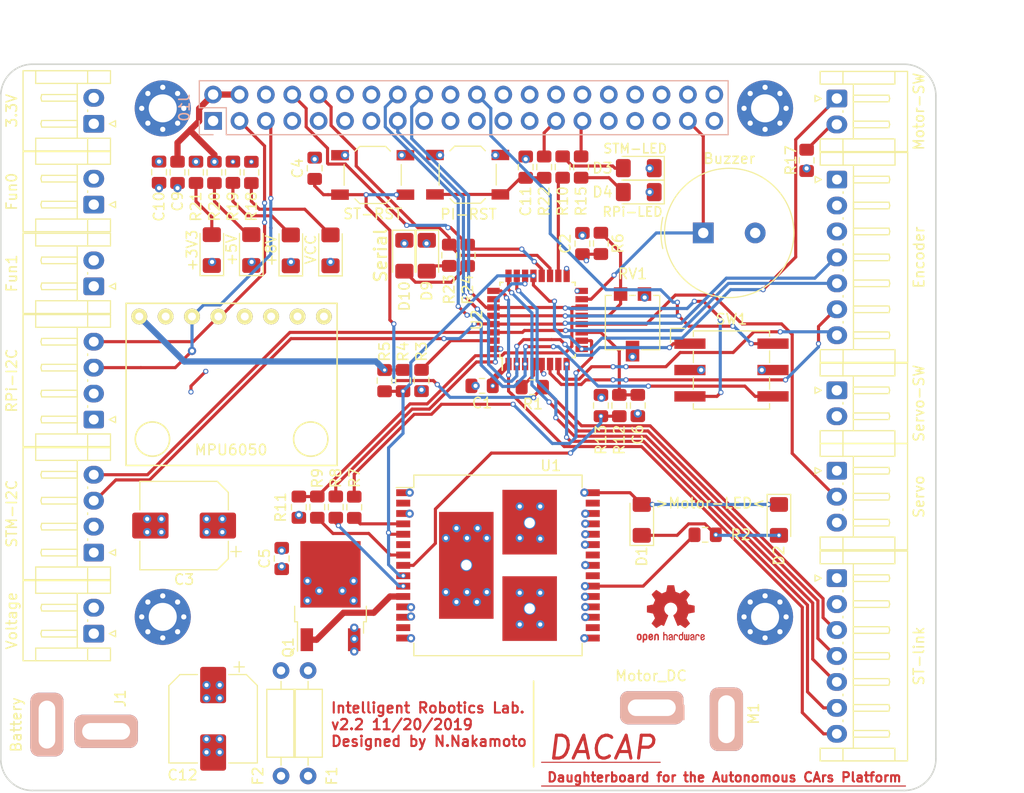
<source format=kicad_pcb>
(kicad_pcb (version 20171130) (host pcbnew "(5.0.2)-1")
  (layers (0 F.Cu signal) (1 In1.Cu signal) (2 In2.Cu signal) (31 B.Cu signal) (34 B.Paste user) (35 F.Paste user) (36 B.SilkS user) (37 F.SilkS user) (38 B.Mask user) (39 F.Mask user) (44 Edge.Cuts user))
  (net 0 "")
  (net 1 GND)
  (net 2 +3V3)
  (net 3 NRST)
  (net 4 Vout)
  (net 5 CS)
  (net 6 VCC)
  (net 7 +5V)
  (net 8 "Net-(C11-Pad2)")
  (net 9 OUTA)
  (net 10 "Net-(D1-Pad1)")
  (net 11 "Net-(D3-Pad2)")
  (net 12 "Net-(D4-Pad2)")
  (net 13 "Net-(D5-Pad2)")
  (net 14 "Net-(D6-Pad2)")
  (net 15 "Net-(D7-Pad2)")
  (net 16 "Net-(D8-Pad2)")
  (net 17 "Net-(D9-Pad2)")
  (net 18 "Net-(D10-Pad2)")
  (net 19 ST-SCL)
  (net 20 ST-SDA)
  (net 21 +BATT)
  (net 22 SWCLK)
  (net 23 SWDIO)
  (net 24 VCP_TX)
  (net 25 VCP_RX)
  (net 26 PI-SCL)
  (net 27 PI-SDA)
  (net 28 UART_RXtoPI)
  (net 29 UART_TXtoPI)
  (net 30 "Net-(J10-Pad27)")
  (net 31 "Net-(J10-Pad29)")
  (net 32 Servo-sign)
  (net 33 Vcc-servo)
  (net 34 "Net-(J12-Pad2)")
  (net 35 ENA)
  (net 36 "Net-(Q1-Pad1)")
  (net 37 +8V)
  (net 38 "Net-(R1-Pad1)")
  (net 39 OUTB)
  (net 40 "Net-(R3-Pad2)")
  (net 41 "Net-(R6-Pad1)")
  (net 42 "Net-(R7-Pad2)")
  (net 43 "Net-(R8-Pad2)")
  (net 44 "Net-(R9-Pad2)")
  (net 45 PWM)
  (net 46 "Net-(R12-Pad2)")
  (net 47 Code0)
  (net 48 Code1)
  (net 49 Code2)
  (net 50 Code3)
  (net 51 EncoderA)
  (net 52 EncoderB)
  (net 53 buzz)
  (net 54 INA)
  (net 55 INB)
  (net 56 led)
  (module Package_QFP:LQFP-32_7x7mm_P0.8mm (layer F.Cu) (at 94.742 91.059 90)
    (fp_text reference U2 (at 0 -5.85 90) (layer F.SilkS))
    (fp_text value STM32F303K8T6)
    (pad 1 smd rect (at -4.25 -2.8 90) (size 1.2 0.6) (layers F.Cu F.Paste F.Mask) (net 2 +3V3))
    (pad 2 smd rect (at -4.25 -2 90) (size 1.2 0.6) (layers F.Cu F.Paste F.Mask) (net 47 Code0))
    (pad 3 smd rect (at -4.25 -1.2 90) (size 1.2 0.6) (layers F.Cu F.Paste F.Mask) (net 48 Code1))
    (pad 4 smd rect (at -4.25 -0.4 90) (size 1.2 0.6) (layers F.Cu F.Paste F.Mask) (net 38 "Net-(R1-Pad1)"))
    (pad 5 smd rect (at -4.25 0.4 90) (size 1.2 0.6) (layers F.Cu F.Paste F.Mask) (net 2 +3V3))
    (pad 6 smd rect (at -4.25 1.2 90) (size 1.2 0.6) (layers F.Cu F.Paste F.Mask) (net 51 EncoderA))
    (pad 7 smd rect (at -4.25 2 90) (size 1.2 0.6) (layers F.Cu F.Paste F.Mask) (net 52 EncoderB))
    (pad 8 smd rect (at -4.25 2.8 90) (size 1.2 0.6) (layers F.Cu F.Paste F.Mask) (net 24 VCP_TX))
    (pad 9 smd rect (at -2.8 4.25 180) (size 1.2 0.6) (layers F.Cu F.Paste F.Mask) (net 35 ENA))
    (pad 10 smd rect (at -2 4.25 180) (size 1.2 0.6) (layers F.Cu F.Paste F.Mask) (net 54 INA))
    (pad 11 smd rect (at -1.2 4.25 180) (size 1.2 0.6) (layers F.Cu F.Paste F.Mask) (net 5 CS))
    (pad 12 smd rect (at -0.4 4.25 180) (size 1.2 0.6) (layers F.Cu F.Paste F.Mask) (net 32 Servo-sign))
    (pad 13 smd rect (at 0.4 4.25 180) (size 1.2 0.6) (layers F.Cu F.Paste F.Mask) (net 41 "Net-(R6-Pad1)"))
    (pad 14 smd rect (at 1.2 4.25 180) (size 1.2 0.6) (layers F.Cu F.Paste F.Mask) (net 45 PWM))
    (pad 15 smd rect (at 2 4.25 180) (size 1.2 0.6) (layers F.Cu F.Paste F.Mask) (net 53 buzz))
    (pad 16 smd rect (at 2.8 4.25 180) (size 1.2 0.6) (layers F.Cu F.Paste F.Mask) (net 1 GND))
    (pad 17 smd rect (at 4.25 2.8 90) (size 1.2 0.6) (layers F.Cu F.Paste F.Mask) (net 2 +3V3))
    (pad 18 smd rect (at 4.25 2 90) (size 1.2 0.6) (layers F.Cu F.Paste F.Mask) (net 56 led))
    (pad 19 smd rect (at 4.25 1.2 90) (size 1.2 0.6) (layers F.Cu F.Paste F.Mask) (net 29 UART_TXtoPI))
    (pad 20 smd rect (at 4.25 0.4 90) (size 1.2 0.6) (layers F.Cu F.Paste F.Mask) (net 28 UART_RXtoPI))
    (pad 21 smd rect (at 4.25 -0.4 90) (size 1.2 0.6) (layers F.Cu F.Paste F.Mask) (net 35 ENA))
    (pad 22 smd rect (at 4.25 -1.2 90) (size 1.2 0.6) (layers F.Cu F.Paste F.Mask) (net 55 INB))
    (pad 23 smd rect (at 4.25 -2 90) (size 1.2 0.6) (layers F.Cu F.Paste F.Mask) (net 23 SWDIO))
    (pad 24 smd rect (at 4.25 -2.8 90) (size 1.2 0.6) (layers F.Cu F.Paste F.Mask) (net 22 SWCLK))
    (pad 25 smd rect (at 2.8 -4.25 180) (size 1.2 0.6) (layers F.Cu F.Paste F.Mask) (net 25 VCP_RX))
    (pad 26 smd rect (at 2 -4.25 180) (size 1.2 0.6) (layers F.Cu F.Paste F.Mask))
    (pad 27 smd rect (at 1.2 -4.25 180) (size 1.2 0.6) (layers F.Cu F.Paste F.Mask) (net 49 Code2))
    (pad 28 smd rect (at 0.4 -4.25 180) (size 1.2 0.6) (layers F.Cu F.Paste F.Mask) (net 50 Code3))
    (pad 29 smd rect (at -0.4 -4.25 180) (size 1.2 0.6) (layers F.Cu F.Paste F.Mask) (net 19 ST-SCL))
    (pad 30 smd rect (at -1.2 -4.25 180) (size 1.2 0.6) (layers F.Cu F.Paste F.Mask) (net 20 ST-SDA))
    (pad 31 smd rect (at -2 -4.25 180) (size 1.2 0.6) (layers F.Cu F.Paste F.Mask) (net 40 "Net-(R3-Pad2)"))
    (pad 32 smd rect (at -2.8 -4.25 180) (size 1.2 0.6) (layers F.Cu F.Paste F.Mask) (net 1 GND))
  )
  (module zisaku:MPU6050 (layer F.Cu) (at 75.438 89.4588 270)
    (fp_text reference MPU6050 (at 14.1224 10.2108 180) (layer F.SilkS))
    (fp_text value MPU6050)
    (pad 8 thru_hole circle (at 1.27 19.05 270) (size 1.524 1.524) (drill 0.762) (layers *.Cu *.Mask F.SilkS) (net 2 +3V3))
    (pad 7 thru_hole circle (at 1.27 16.51 270) (size 1.524 1.524) (drill 0.762) (layers *.Cu *.Mask F.SilkS) (net 1 GND))
    (pad 6 thru_hole circle (at 1.27 13.97 270) (size 1.524 1.524) (drill 0.762) (layers *.Cu *.Mask F.SilkS) (net 26 PI-SCL))
    (pad 5 thru_hole circle (at 1.27 11.43 270) (size 1.524 1.524) (drill 0.762) (layers *.Cu *.Mask F.SilkS) (net 27 PI-SDA))
    (pad 4 thru_hole circle (at 1.27 8.89 270) (size 1.524 1.524) (drill 0.762) (layers *.Cu *.Mask F.SilkS))
    (pad 3 thru_hole circle (at 1.27 6.35 270) (size 1.524 1.524) (drill 0.762) (layers *.Cu *.Mask F.SilkS))
    (pad 2 thru_hole circle (at 1.27 3.81 270) (size 1.524 1.524) (drill 0.762) (layers *.Cu *.Mask F.SilkS))
    (pad 1 thru_hole circle (at 1.27 1.27 270) (size 1.524 1.524) (drill 0.762) (layers *.Cu *.Mask F.SilkS))
  )
  (module zisaku:OSHW-Logo2_7.3x6mm_Copper (layer F.Cu) (at 107.569 119.38)
    (fp_text reference REF** hide)
    (fp_text value OSHW-Logo2_7.3x6mm_Copper hide)
  )
  (module Symbol:OSHW-Logo2_7.3x6mm_Copper (layer F.Cu) (at 107.569 119.38)
    (fp_text reference REF** hide)
    (fp_text value OSHW-Logo2_7.3x6mm_Copper hide)
    (fp_poly (pts (xy 0.10391 -2.757652) (xy 0.182454 -2.757222) (xy 0.239298 -2.756058) (xy 0.278105 -2.753793) (xy 0.302538 -2.75006) (xy 0.316262 -2.744494) (xy 0.32294 -2.736727) (xy 0.326236 -2.726395) (xy 0.326556 -2.725057) (xy 0.331562 -2.700921) (xy 0.340829 -2.653299) (xy 0.353392 -2.587259) (xy 0.368287 -2.507872) (xy 0.384551 -2.420204) (xy 0.385119 -2.417125) (xy 0.40141 -2.331211) (xy 0.416652 -2.255304) (xy 0.429861 -2.193955) (xy 0.440054 -2.151718) (xy 0.446248 -2.133145) (xy 0.446543 -2.132816) (xy 0.464788 -2.123747) (xy 0.502405 -2.108633) (xy 0.551271 -2.090738) (xy 0.551543 -2.090642) (xy 0.613093 -2.067507) (xy 0.685657 -2.038035) (xy 0.754057 -2.008403) (xy 0.757294 -2.006938) (xy 0.868702 -1.956374) (xy 1.115399 -2.12484) (xy 1.191077 -2.176197) (xy 1.259631 -2.222111) (xy 1.317088 -2.25997) (xy 1.359476 -2.287163) (xy 1.382825 -2.301079) (xy 1.385042 -2.302111) (xy 1.40201 -2.297516) (xy 1.433701 -2.275345) (xy 1.481352 -2.234553) (xy 1.546198 -2.174095) (xy 1.612397 -2.109773) (xy 1.676214 -2.046388) (xy 1.733329 -1.988549) (xy 1.780305 -1.939825) (xy 1.813703 -1.90379) (xy 1.830085 -1.884016) (xy 1.830694 -1.882998) (xy 1.832505 -1.869428) (xy 1.825683 -1.847267) (xy 1.80854 -1.813522) (xy 1.779393 -1.7652) (xy 1.736555 -1.699308) (xy 1.679448 -1.614483) (xy 1.628766 -1.539823) (xy 1.583461 -1.47286) (xy 1.54615 -1.417484) (xy 1.519452 -1.37758) (xy 1.505985 -1.357038) (xy 1.505137 -1.355644) (xy 1.506781 -1.335962) (xy 1.519245 -1.297707) (xy 1.540048 -1.248111) (xy 1.547462 -1.232272) (xy 1.579814 -1.16171) (xy 1.614328 -1.081647) (xy 1.642365 -1.012371) (xy 1.662568 -0.960955) (xy 1.678615 -0.921881) (xy 1.687888 -0.901459) (xy 1.689041 -0.899886) (xy 1.706096 -0.897279) (xy 1.746298 -0.890137) (xy 1.804302 -0.879477) (xy 1.874763 -0.866315) (xy 1.952335 -0.851667) (xy 2.031672 -0.836551) (xy 2.107431 -0.821982) (xy 2.174264 -0.808978) (xy 2.226828 -0.798555) (xy 2.259776 -0.79173) (xy 2.267857 -0.789801) (xy 2.276205 -0.785038) (xy 2.282506 -0.774282) (xy 2.287045 -0.753902) (xy 2.290104 -0.720266) (xy 2.291967 -0.669745) (xy 2.292918 -0.598708) (xy 2.29324 -0.503524) (xy 2.293257 -0.464508) (xy 2.293257 -0.147201) (xy 2.217057 -0.132161) (xy 2.174663 -0.124005) (xy 2.1114 -0.112101) (xy 2.034962 -0.097884) (xy 1.953043 -0.08279) (xy 1.9304 -0.078645) (xy 1.854806 -0.063947) (xy 1.788953 -0.049495) (xy 1.738366 -0.036625) (xy 1.708574 -0.026678) (xy 1.703612 -0.023713) (xy 1.691426 -0.002717) (xy 1.673953 0.037967) (xy 1.654577 0.090322) (xy 1.650734 0.1016) (xy 1.625339 0.171523) (xy 1.593817 0.250418) (xy 1.562969 0.321266) (xy 1.562817 0.321595) (xy 1.511447 0.432733) (xy 1.680399 0.681253) (xy 1.849352 0.929772) (xy 1.632429 1.147058) (xy 1.566819 1.211726) (xy 1.506979 1.268733) (xy 1.456267 1.315033) (xy 1.418046 1.347584) (xy 1.395675 1.363343) (xy 1.392466 1.364343) (xy 1.373626 1.356469) (xy 1.33518 1.334578) (xy 1.28133 1.301267) (xy 1.216276 1.259131) (xy 1.14594 1.211943) (xy 1.074555 1.16381) (xy 1.010908 1.121928) (xy 0.959041 1.088871) (xy 0.922995 1.067218) (xy 0.906867 1.059543) (xy 0.887189 1.066037) (xy 0.849875 1.08315) (xy 0.802621 1.107326) (xy 0.797612 1.110013) (xy 0.733977 1.141927) (xy 0.690341 1.157579) (xy 0.663202 1.157745) (xy 0.649057 1.143204) (xy 0.648975 1.143) (xy 0.641905 1.125779) (xy 0.625042 1.084899) (xy 0.599695 1.023525) (xy 0.567171 0.944819) (xy 0.528778 0.851947) (xy 0.485822 0.748072) (xy 0.444222 0.647502) (xy 0.398504 0.536516) (xy 0.356526 0.433703) (xy 0.319548 0.342215) (xy 0.288827 0.265201) (xy 0.265622 0.205815) (xy 0.25119 0.167209) (xy 0.246743 0.1528) (xy 0.257896 0.136272) (xy 0.287069 0.10993) (xy 0.325971 0.080887) (xy 0.436757 -0.010961) (xy 0.523351 -0.116241) (xy 0.584716 -0.232734) (xy 0.619815 -0.358224) (xy 0.627608 -0.490493) (xy 0.621943 -0.551543) (xy 0.591078 -0.678205) (xy 0.53792 -0.790059) (xy 0.465767 -0.885999) (xy 0.377917 -0.964924) (xy 0.277665 -1.02573) (xy 0.16831 -1.067313) (xy 0.053147 -1.088572) (xy -0.064525 -1.088401) (xy -0.18141 -1.065699) (xy -0.294211 -1.019362) (xy -0.399631 -0.948287) (xy -0.443632 -0.908089) (xy -0.528021 -0.804871) (xy -0.586778 -0.692075) (xy -0.620296 -0.57299) (xy -0.628965 -0.450905) (xy -0.613177 -0.329107) (xy -0.573322 -0.210884) (xy -0.509793 -0.099525) (xy -0.422979 0.001684) (xy -0.325971 0.080887) (xy -0.285563 0.111162) (xy -0.257018 0.137219) (xy -0.246743 0.152825) (xy -0.252123 0.169843) (xy -0.267425 0.2105) (xy -0.291388 0.271642) (xy -0.322756 0.350119) (xy -0.360268 0.44278) (xy -0.402667 0.546472) (xy -0.444337 0.647526) (xy -0.49031 0.758607) (xy -0.532893 0.861541) (xy -0.570779 0.953165) (xy -0.60266 1.030316) (xy -0.627229 1.089831) (xy -0.64318 1.128544) (xy -0.64909 1.143) (xy -0.663052 1.157685) (xy -0.69006 1.157642) (xy -0.733587 1.142099) (xy -0.79711 1.110284) (xy -0.797612 1.110013) (xy -0.84544 1.085323) (xy -0.884103 1.067338) (xy -0.905905 1.059614) (xy -0.906867 1.059543) (xy -0.923279 1.067378) (xy -0.959513 1.089165) (xy -1.011526 1.122328) (xy -1.075275 1.164291) (xy -1.14594 1.211943) (xy -1.217884 1.260191) (xy -1.282726 1.302151) (xy -1.336265 1.335227) (xy -1.374303 1.356821) (xy -1.392467 1.364343) (xy -1.409192 1.354457) (xy -1.44282 1.326826) (xy -1.48999 1.284495) (xy -1.547342 1.230505) (xy -1.611516 1.167899) (xy -1.632503 1.146983) (xy -1.849501 0.929623) (xy -1.684332 0.68722) (xy -1.634136 0.612781) (xy -1.590081 0.545972) (xy -1.554638 0.490665) (xy -1.530281 0.450729) (xy -1.519478 0.430036) (xy -1.519162 0.428563) (xy -1.524857 0.409058) (xy -1.540174 0.369822) (xy -1.562463 0.31743) (xy -1.578107 0.282355) (xy -1.607359 0.215201) (xy -1.634906 0.147358) (xy -1.656263 0.090034) (xy -1.662065 0.072572) (xy -1.678548 0.025938) (xy -1.69466 -0.010095) (xy -1.70351 -0.023713) (xy -1.72304 -0.032048) (xy -1.765666 -0.043863) (xy -1.825855 -0.057819) (xy -1.898078 -0.072578) (xy -1.9304 -0.078645) (xy -2.012478 -0.093727) (xy -2.091205 -0.108331) (xy -2.158891 -0.12102) (xy -2.20784 -0.130358) (xy -2.217057 -0.132161) (xy -2.293257 -0.147201) (xy -2.293257 -0.464508) (xy -2.293086 -0.568846) (xy -2.292384 -0.647787) (xy -2.290866 -0.704962) (xy -2.288251 -0.744001) (xy -2.284254 -0.768535) (xy -2.278591 -0.782195) (xy -2.27098 -0.788611) (xy -2.267857 -0.789801) (xy -2.249022 -0.79402) (xy -2.207412 -0.802438) (xy -2.14837 -0.814039) (xy -2.077243 -0.827805) (xy -1.999375 -0.84272) (xy -1.920113 -0.857768) (xy -1.844802 -0.871931) (xy -1.778787 -0.884194) (xy -1.727413 -0.893539) (xy -1.696025 -0.89895) (xy -1.689041 -0.899886) (xy -1.682715 -0.912404) (xy -1.66871 -0.945754) (xy -1.649645 -0.993623) (xy -1.642366 -1.012371) (xy -1.613004 -1.084805) (xy -1.578429 -1.16483) (xy -1.547463 -1.232272) (xy -1.524677 -1.283841) (xy -1.509518 -1.326215) (xy -1.504458 -1.352166) (xy -1.505264 -1.355644) (xy -1.515959 -1.372064) (xy -1.54038 -1.408583) (xy -1.575905 -1.461313) (xy -1.619913 -1.526365) (xy -1.669783 -1.599849) (xy -1.679644 -1.614355) (xy -1.737508 -1.700296) (xy -1.780044 -1.765739) (xy -1.808946 -1.813696) (xy -1.82591 -1.84718) (xy -1.832633 -1.869205) (xy -1.83081 -1.882783) (xy -1.830764 -1.882869) (xy -1.816414 -1.900703) (xy -1.784677 -1.935183) (xy -1.73899 -1.982732) (xy -1.682796 -2.039778) (xy -1.619532 -2.102745) (xy -1.612398 -2.109773) (xy -1.53267 -2.18698) (xy -1.471143 -2.24367) (xy -1.426579 -2.28089) (xy -1.397743 -2.299685) (xy -1.385042 -2.302111) (xy -1.366506 -2.291529) (xy -1.328039 -2.267084) (xy -1.273614 -2.231388) (xy -1.207202 -2.187053) (xy -1.132775 -2.136689) (xy -1.115399 -2.12484) (xy -0.868703 -1.956374) (xy -0.757294 -2.006938) (xy -0.689543 -2.036405) (xy -0.616817 -2.066041) (xy -0.554297 -2.08967) (xy -0.551543 -2.090642) (xy -0.50264 -2.108543) (xy -0.464943 -2.12368) (xy -0.446575 -2.13279) (xy -0.446544 -2.132816) (xy -0.440715 -2.149283) (xy -0.430808 -2.189781) (xy -0.417805 -2.249758) (xy -0.402691 -2.32466) (xy -0.386448 -2.409936) (xy -0.385119 -2.417125) (xy -0.368825 -2.504986) (xy -0.353867 -2.58474) (xy -0.341209 -2.651319) (xy -0.331814 -2.699653) (xy -0.326646 -2.724675) (xy -0.326556 -2.725057) (xy -0.323411 -2.735701) (xy -0.317296 -2.743738) (xy -0.304547 -2.749533) (xy -0.2815 -2.753453) (xy -0.244491 -2.755865) (xy -0.189856 -2.757135) (xy -0.113933 -2.757629) (xy -0.013056 -2.757714) (xy 0 -2.757714) (xy 0.10391 -2.757652)) (layer F.Cu) (width 0.01))
    (fp_poly (pts (xy 3.153595 1.966966) (xy 3.211021 2.004497) (xy 3.238719 2.038096) (xy 3.260662 2.099064) (xy 3.262405 2.147308) (xy 3.258457 2.211816) (xy 3.109686 2.276934) (xy 3.037349 2.310202) (xy 2.990084 2.336964) (xy 2.965507 2.360144) (xy 2.961237 2.382667) (xy 2.974889 2.407455) (xy 2.989943 2.423886) (xy 3.033746 2.450235) (xy 3.081389 2.452081) (xy 3.125145 2.431546) (xy 3.157289 2.390752) (xy 3.163038 2.376347) (xy 3.190576 2.331356) (xy 3.222258 2.312182) (xy 3.265714 2.295779) (xy 3.265714 2.357966) (xy 3.261872 2.400283) (xy 3.246823 2.435969) (xy 3.21528 2.476943) (xy 3.210592 2.482267) (xy 3.175506 2.51872) (xy 3.145347 2.538283) (xy 3.107615 2.547283) (xy 3.076335 2.55023) (xy 3.020385 2.550965) (xy 2.980555 2.54166) (xy 2.955708 2.527846) (xy 2.916656 2.497467) (xy 2.889625 2.464613) (xy 2.872517 2.423294) (xy 2.863238 2.367521) (xy 2.859693 2.291305) (xy 2.85941 2.252622) (xy 2.860372 2.206247) (xy 2.948007 2.206247) (xy 2.949023 2.231126) (xy 2.951556 2.2352) (xy 2.968274 2.229665) (xy 3.004249 2.215017) (xy 3.052331 2.19419) (xy 3.062386 2.189714) (xy 3.123152 2.158814) (xy 3.156632 2.131657) (xy 3.16399 2.10622) (xy 3.146391 2.080481) (xy 3.131856 2.069109) (xy 3.07941 2.046364) (xy 3.030322 2.050122) (xy 2.989227 2.077884) (xy 2.960758 2.127152) (xy 2.951631 2.166257) (xy 2.948007 2.206247) (xy 2.860372 2.206247) (xy 2.861285 2.162249) (xy 2.868196 2.095384) (xy 2.881884 2.046695) (xy 2.904096 2.010849) (xy 2.936574 1.982513) (xy 2.950733 1.973355) (xy 3.015053 1.949507) (xy 3.085473 1.948006) (xy 3.153595 1.966966)) (layer F.Cu) (width 0.01))
    (fp_poly (pts (xy 2.6526 1.958752) (xy 2.669948 1.966334) (xy 2.711356 1.999128) (xy 2.746765 2.046547) (xy 2.768664 2.097151) (xy 2.772229 2.122098) (xy 2.760279 2.156927) (xy 2.734067 2.175357) (xy 2.705964 2.186516) (xy 2.693095 2.188572) (xy 2.686829 2.173649) (xy 2.674456 2.141175) (xy 2.669028 2.126502) (xy 2.63859 2.075744) (xy 2.59452 2.050427) (xy 2.53801 2.051206) (xy 2.533825 2.052203) (xy 2.503655 2.066507) (xy 2.481476 2.094393) (xy 2.466327 2.139287) (xy 2.45725 2.204615) (xy 2.453286 2.293804) (xy 2.452914 2.341261) (xy 2.45273 2.416071) (xy 2.451522 2.467069) (xy 2.448309 2.499471) (xy 2.442109 2.518495) (xy 2.43194 2.529356) (xy 2.416819 2.537272) (xy 2.415946 2.53767) (xy 2.386828 2.549981) (xy 2.372403 2.554514) (xy 2.370186 2.540809) (xy 2.368289 2.502925) (xy 2.366847 2.445715) (xy 2.365998 2.374027) (xy 2.365829 2.321565) (xy 2.366692 2.220047) (xy 2.37007 2.143032) (xy 2.377142 2.086023) (xy 2.389088 2.044526) (xy 2.40709 2.014043) (xy 2.432327 1.99008) (xy 2.457247 1.973355) (xy 2.517171 1.951097) (xy 2.586911 1.946076) (xy 2.6526 1.958752)) (layer F.Cu) (width 0.01))
    (fp_poly (pts (xy 2.144876 1.956335) (xy 2.186667 1.975344) (xy 2.219469 1.998378) (xy 2.243503 2.024133) (xy 2.260097 2.057358) (xy 2.270577 2.1028) (xy 2.276271 2.165207) (xy 2.278507 2.249327) (xy 2.278743 2.304721) (xy 2.278743 2.520826) (xy 2.241774 2.53767) (xy 2.212656 2.549981) (xy 2.198231 2.554514) (xy 2.195472 2.541025) (xy 2.193282 2.504653) (xy 2.191942 2.451542) (xy 2.191657 2.409372) (xy 2.190434 2.348447) (xy 2.187136 2.300115) (xy 2.182321 2.270518) (xy 2.178496 2.264229) (xy 2.152783 2.270652) (xy 2.112418 2.287125) (xy 2.065679 2.309458) (xy 2.020845 2.333457) (xy 1.986193 2.35493) (xy 1.970002 2.369685) (xy 1.969938 2.369845) (xy 1.97133 2.397152) (xy 1.983818 2.423219) (xy 2.005743 2.444392) (xy 2.037743 2.451474) (xy 2.065092 2.450649) (xy 2.103826 2.450042) (xy 2.124158 2.459116) (xy 2.136369 2.483092) (xy 2.137909 2.487613) (xy 2.143203 2.521806) (xy 2.129047 2.542568) (xy 2.092148 2.552462) (xy 2.052289 2.554292) (xy 1.980562 2.540727) (xy 1.943432 2.521355) (xy 1.897576 2.475845) (xy 1.873256 2.419983) (xy 1.871073 2.360957) (xy 1.891629 2.305953) (xy 1.922549 2.271486) (xy 1.95342 2.252189) (xy 2.001942 2.227759) (xy 2.058485 2.202985) (xy 2.06791 2.199199) (xy 2.130019 2.171791) (xy 2.165822 2.147634) (xy 2.177337 2.123619) (xy 2.16658 2.096635) (xy 2.148114 2.075543) (xy 2.104469 2.049572) (xy 2.056446 2.047624) (xy 2.012406 2.067637) (xy 1.980709 2.107551) (xy 1.976549 2.117848) (xy 1.952327 2.155724) (xy 1.916965 2.183842) (xy 1.872343 2.206917) (xy 1.872343 2.141485) (xy 1.874969 2.101506) (xy 1.88623 2.069997) (xy 1.911199 2.036378) (xy 1.935169 2.010484) (xy 1.972441 1.973817) (xy 2.001401 1.954121) (xy 2.032505 1.94622) (xy 2.067713 1.944914) (xy 2.144876 1.956335)) (layer F.Cu) (width 0.01))
    (fp_poly (pts (xy 1.779833 1.958663) (xy 1.782048 1.99685) (xy 1.783784 2.054886) (xy 1.784899 2.12818) (xy 1.785257 2.205055) (xy 1.785257 2.465196) (xy 1.739326 2.511127) (xy 1.707675 2.539429) (xy 1.67989 2.550893) (xy 1.641915 2.550168) (xy 1.62684 2.548321) (xy 1.579726 2.542948) (xy 1.540756 2.539869) (xy 1.531257 2.539585) (xy 1.499233 2.541445) (xy 1.453432 2.546114) (xy 1.435674 2.548321) (xy 1.392057 2.551735) (xy 1.362745 2.54432) (xy 1.33368 2.521427) (xy 1.323188 2.511127) (xy 1.277257 2.465196) (xy 1.277257 1.978602) (xy 1.314226 1.961758) (xy 1.346059 1.949282) (xy 1.364683 1.944914) (xy 1.369458 1.958718) (xy 1.373921 1.997286) (xy 1.377775 2.056356) (xy 1.380722 2.131663) (xy 1.382143 2.195286) (xy 1.386114 2.445657) (xy 1.420759 2.450556) (xy 1.452268 2.447131) (xy 1.467708 2.436041) (xy 1.472023 2.415308) (xy 1.475708 2.371145) (xy 1.478469 2.309146) (xy 1.480012 2.234909) (xy 1.480235 2.196706) (xy 1.480457 1.976783) (xy 1.526166 1.960849) (xy 1.558518 1.950015) (xy 1.576115 1.944962) (xy 1.576623 1.944914) (xy 1.578388 1.958648) (xy 1.580329 1.99673) (xy 1.582282 2.054482) (xy 1.584084 2.127227) (xy 1.585343 2.195286) (xy 1.589314 2.445657) (xy 1.6764 2.445657) (xy 1.680396 2.21724) (xy 1.684392 1.988822) (xy 1.726847 1.966868) (xy 1.758192 1.951793) (xy 1.776744 1.944951) (xy 1.777279 1.944914) (xy 1.779833 1.958663)) (layer F.Cu) (width 0.01))
    (fp_poly (pts (xy 1.190117 2.065358) (xy 1.189933 2.173837) (xy 1.189219 2.257287) (xy 1.187675 2.319704) (xy 1.185001 2.365085) (xy 1.180894 2.397429) (xy 1.175055 2.420733) (xy 1.167182 2.438995) (xy 1.161221 2.449418) (xy 1.111855 2.505945) (xy 1.049264 2.541377) (xy 0.980013 2.55409) (xy 0.910668 2.542463) (xy 0.869375 2.521568) (xy 0.826025 2.485422) (xy 0.796481 2.441276) (xy 0.778655 2.383462) (xy 0.770463 2.306313) (xy 0.769302 2.249714) (xy 0.769458 2.245647) (xy 0.870857 2.245647) (xy 0.871476 2.31055) (xy 0.874314 2.353514) (xy 0.88084 2.381622) (xy 0.892523 2.401953) (xy 0.906483 2.417288) (xy 0.953365 2.44689) (xy 1.003701 2.449419) (xy 1.051276 2.424705) (xy 1.054979 2.421356) (xy 1.070783 2.403935) (xy 1.080693 2.383209) (xy 1.086058 2.352362) (xy 1.088228 2.304577) (xy 1.088571 2.251748) (xy 1.087827 2.185381) (xy 1.084748 2.141106) (xy 1.078061 2.112009) (xy 1.066496 2.091173) (xy 1.057013 2.080107) (xy 1.01296 2.052198) (xy 0.962224 2.048843) (xy 0.913796 2.070159) (xy 0.90445 2.078073) (xy 0.88854 2.095647) (xy 0.87861 2.116587) (xy 0.873278 2.147782) (xy 0.871163 2.196122) (xy 0.870857 2.245647) (xy 0.769458 2.245647) (xy 0.77281 2.158568) (xy 0.784726 2.090086) (xy 0.807135 2.0386) (xy 0.842124 1.998443) (xy 0.869375 1.977861) (xy 0.918907 1.955625) (xy 0.976316 1.945304) (xy 1.029682 1.948067) (xy 1.059543 1.959212) (xy 1.071261 1.962383) (xy 1.079037 1.950557) (xy 1.084465 1.918866) (xy 1.088571 1.870593) (xy 1.093067 1.816829) (xy 1.099313 1.784482) (xy 1.110676 1.765985) (xy 1.130528 1.75377) (xy 1.143 1.748362) (xy 1.190171 1.728601) (xy 1.190117 2.065358)) (layer F.Cu) (width 0.01))
    (fp_poly (pts (xy 0.529926 1.949755) (xy 0.595858 1.974084) (xy 0.649273 2.017117) (xy 0.670164 2.047409) (xy 0.692939 2.102994) (xy 0.692466 2.143186) (xy 0.668562 2.170217) (xy 0.659717 2.174813) (xy 0.62153 2.189144) (xy 0.602028 2.185472) (xy 0.595422 2.161407) (xy 0.595086 2.148114) (xy 0.582992 2.09921) (xy 0.551471 2.064999) (xy 0.507659 2.048476) (xy 0.458695 2.052634) (xy 0.418894 2.074227) (xy 0.40545 2.086544) (xy 0.395921 2.101487) (xy 0.389485 2.124075) (xy 0.385317 2.159328) (xy 0.382597 2.212266) (xy 0.380502 2.287907) (xy 0.37996 2.311857) (xy 0.377981 2.39379) (xy 0.375731 2.451455) (xy 0.372357 2.489608) (xy 0.367006 2.513004) (xy 0.358824 2.526398) (xy 0.346959 2.534545) (xy 0.339362 2.538144) (xy 0.307102 2.550452) (xy 0.288111 2.554514) (xy 0.281836 2.540948) (xy 0.278006 2.499934) (xy 0.2766 2.430999) (xy 0.277598 2.333669) (xy 0.277908 2.318657) (xy 0.280101 2.229859) (xy 0.282693 2.165019) (xy 0.286382 2.119067) (xy 0.291864 2.086935) (xy 0.299835 2.063553) (xy 0.310993 2.043852) (xy 0.31683 2.03541) (xy 0.350296 1.998057) (xy 0.387727 1.969003) (xy 0.392309 1.966467) (xy 0.459426 1.946443) (xy 0.529926 1.949755)) (layer F.Cu) (width 0.01))
    (fp_poly (pts (xy 0.039744 1.950968) (xy 0.096616 1.972087) (xy 0.097267 1.972493) (xy 0.13244 1.99838) (xy 0.158407 2.028633) (xy 0.17667 2.068058) (xy 0.188732 2.121462) (xy 0.196096 2.193651) (xy 0.200264 2.289432) (xy 0.200629 2.303078) (xy 0.205876 2.508842) (xy 0.161716 2.531678) (xy 0.129763 2.54711) (xy 0.11047 2.554423) (xy 0.109578 2.554514) (xy 0.106239 2.541022) (xy 0.103587 2.504626) (xy 0.101956 2.451452) (xy 0.1016 2.408393) (xy 0.101592 2.338641) (xy 0.098403 2.294837) (xy 0.087288 2.273944) (xy 0.063501 2.272925) (xy 0.022296 2.288741) (xy -0.039914 2.317815) (xy -0.085659 2.341963) (xy -0.109187 2.362913) (xy -0.116104 2.385747) (xy -0.116114 2.386877) (xy -0.104701 2.426212) (xy -0.070908 2.447462) (xy -0.019191 2.450539) (xy 0.018061 2.450006) (xy 0.037703 2.460735) (xy 0.049952 2.486505) (xy 0.057002 2.519337) (xy 0.046842 2.537966) (xy 0.043017 2.540632) (xy 0.007001 2.55134) (xy -0.043434 2.552856) (xy -0.095374 2.545759) (xy -0.132178 2.532788) (xy -0.183062 2.489585) (xy -0.211986 2.429446) (xy -0.217714 2.382462) (xy -0.213343 2.340082) (xy -0.197525 2.305488) (xy -0.166203 2.274763) (xy -0.115322 2.24399) (xy -0.040824 2.209252) (xy -0.036286 2.207288) (xy 0.030821 2.176287) (xy 0.072232 2.150862) (xy 0.089981 2.128014) (xy 0.086107 2.104745) (xy 0.062643 2.078056) (xy 0.055627 2.071914) (xy 0.00863 2.0481) (xy -0.040067 2.049103) (xy -0.082478 2.072451) (xy -0.110616 2.115675) (xy -0.113231 2.12416) (xy -0.138692 2.165308) (xy -0.170999 2.185128) (xy -0.217714 2.20477) (xy -0.217714 2.15395) (xy -0.203504 2.080082) (xy -0.161325 2.012327) (xy -0.139376 1.989661) (xy -0.089483 1.960569) (xy -0.026033 1.9474) (xy 0.039744 1.950968)) (layer F.Cu) (width 0.01))
    (fp_poly (pts (xy -0.624114 1.851289) (xy -0.619861 1.910613) (xy -0.614975 1.945572) (xy -0.608205 1.96082) (xy -0.598298 1.961015) (xy -0.595086 1.959195) (xy -0.552356 1.946015) (xy -0.496773 1.946785) (xy -0.440263 1.960333) (xy -0.404918 1.977861) (xy -0.368679 2.005861) (xy -0.342187 2.037549) (xy -0.324001 2.077813) (xy -0.312678 2.131543) (xy -0.306778 2.203626) (xy -0.304857 2.298951) (xy -0.304823 2.317237) (xy -0.3048 2.522646) (xy -0.350509 2.53858) (xy -0.382973 2.54942) (xy -0.400785 2.554468) (xy -0.401309 2.554514) (xy -0.403063 2.540828) (xy -0.404556 2.503076) (xy -0.405674 2.446224) (xy -0.406303 2.375234) (xy -0.4064 2.332073) (xy -0.406602 2.246973) (xy -0.407642 2.185981) (xy -0.410169 2.144177) (xy -0.414836 2.116642) (xy -0.422293 2.098456) (xy -0.433189 2.084698) (xy -0.439993 2.078073) (xy -0.486728 2.051375) (xy -0.537728 2.049375) (xy -0.583999 2.071955) (xy -0.592556 2.080107) (xy -0.605107 2.095436) (xy -0.613812 2.113618) (xy -0.619369 2.139909) (xy -0.622474 2.179562) (xy -0.623824 2.237832) (xy -0.624114 2.318173) (xy -0.624114 2.522646) (xy -0.669823 2.53858) (xy -0.702287 2.54942) (xy -0.720099 2.554468) (xy -0.720623 2.554514) (xy -0.721963 2.540623) (xy -0.723172 2.501439) (xy -0.724199 2.4407) (xy -0.724998 2.362141) (xy -0.725519 2.269498) (xy -0.725714 2.166509) (xy -0.725714 1.769342) (xy -0.678543 1.749444) (xy -0.631371 1.729547) (xy -0.624114 1.851289)) (layer F.Cu) (width 0.01))
    (fp_poly (pts (xy -1.831697 1.931239) (xy -1.774473 1.969735) (xy -1.730251 2.025335) (xy -1.703833 2.096086) (xy -1.69849 2.148162) (xy -1.699097 2.169893) (xy -1.704178 2.186531) (xy -1.718145 2.201437) (xy -1.745411 2.217973) (xy -1.790388 2.239498) (xy -1.857489 2.269374) (xy -1.857829 2.269524) (xy -1.919593 2.297813) (xy -1.970241 2.322933) (xy -2.004596 2.342179) (xy -2.017482 2.352848) (xy -2.017486 2.352934) (xy -2.006128 2.376166) (xy -1.979569 2.401774) (xy -1.949077 2.420221) (xy -1.93363 2.423886) (xy -1.891485 2.411212) (xy -1.855192 2.379471) (xy -1.837483 2.344572) (xy -1.820448 2.318845) (xy -1.787078 2.289546) (xy -1.747851 2.264235) (xy -1.713244 2.250471) (xy -1.706007 2.249714) (xy -1.697861 2.26216) (xy -1.69737 2.293972) (xy -1.703357 2.336866) (xy -1.714643 2.382558) (xy -1.73005 2.422761) (xy -1.730829 2.424322) (xy -1.777196 2.489062) (xy -1.837289 2.533097) (xy -1.905535 2.554711) (xy -1.976362 2.552185) (xy -2.044196 2.523804) (xy -2.047212 2.521808) (xy -2.100573 2.473448) (xy -2.13566 2.410352) (xy -2.155078 2.327387) (xy -2.157684 2.304078) (xy -2.162299 2.194055) (xy -2.156767 2.142748) (xy -2.017486 2.142748) (xy -2.015676 2.174753) (xy -2.005778 2.184093) (xy -1.981102 2.177105) (xy -1.942205 2.160587) (xy -1.898725 2.139881) (xy -1.897644 2.139333) (xy -1.860791 2.119949) (xy -1.846 2.107013) (xy -1.849647 2.093451) (xy -1.865005 2.075632) (xy -1.904077 2.049845) (xy -1.946154 2.04795) (xy -1.983897 2.066717) (xy -2.009966 2.102915) (xy -2.017486 2.142748) (xy -2.156767 2.142748) (xy -2.152806 2.106027) (xy -2.12845 2.036212) (xy -2.094544 1.987302) (xy -2.033347 1.937878) (xy -1.965937 1.913359) (xy -1.89712 1.911797) (xy -1.831697 1.931239)) (layer F.Cu) (width 0.01))
    (fp_poly (pts (xy -2.958885 1.921962) (xy -2.890855 1.957733) (xy -2.840649 2.015301) (xy -2.822815 2.052312) (xy -2.808937 2.107882) (xy -2.801833 2.178096) (xy -2.80116 2.254727) (xy -2.806573 2.329552) (xy -2.81773 2.394342) (xy -2.834286 2.440873) (xy -2.839374 2.448887) (xy -2.899645 2.508707) (xy -2.971231 2.544535) (xy -3.048908 2.55502) (xy -3.127452 2.53881) (xy -3.149311 2.529092) (xy -3.191878 2.499143) (xy -3.229237 2.459433) (xy -3.232768 2.454397) (xy -3.247119 2.430124) (xy -3.256606 2.404178) (xy -3.26221 2.370022) (xy -3.264914 2.321119) (xy -3.265701 2.250935) (xy -3.265714 2.2352) (xy -3.265678 2.230192) (xy -3.120571 2.230192) (xy -3.119727 2.29643) (xy -3.116404 2.340386) (xy -3.109417 2.368779) (xy -3.097584 2.388325) (xy -3.091543 2.394857) (xy -3.056814 2.41968) (xy -3.023097 2.418548) (xy -2.989005 2.397016) (xy -2.968671 2.374029) (xy -2.956629 2.340478) (xy -2.949866 2.287569) (xy -2.949402 2.281399) (xy -2.948248 2.185513) (xy -2.960312 2.114299) (xy -2.98543 2.068194) (xy -3.02344 2.047635) (xy -3.037008 2.046514) (xy -3.072636 2.052152) (xy -3.097006 2.071686) (xy -3.111907 2.109042) (xy -3.119125 2.16815) (xy -3.120571 2.230192) (xy -3.265678 2.230192) (xy -3.265174 2.160413) (xy -3.262904 2.108159) (xy -3.257932 2.071949) (xy -3.249287 2.045299) (xy -3.235995 2.021722) (xy -3.233057 2.017338) (xy -3.183687 1.958249) (xy -3.129891 1.923947) (xy -3.064398 1.910331) (xy -3.042158 1.909665) (xy -2.958885 1.921962)) (layer F.Cu) (width 0.01))
    (fp_poly (pts (xy -1.283907 1.92778) (xy -1.237328 1.954723) (xy -1.204943 1.981466) (xy -1.181258 2.009484) (xy -1.164941 2.043748) (xy -1.154661 2.089227) (xy -1.149086 2.150892) (xy -1.146884 2.233711) (xy -1.146629 2.293246) (xy -1.146629 2.512391) (xy -1.208314 2.540044) (xy -1.27 2.567697) (xy -1.277257 2.32767) (xy -1.280256 2.238028) (xy -1.283402 2.172962) (xy -1.287299 2.128026) (xy -1.292553 2.09877) (xy -1.299769 2.080748) (xy -1.30955 2.069511) (xy -1.312688 2.067079) (xy -1.360239 2.048083) (xy -1.408303 2.0556) (xy -1.436914 2.075543) (xy -1.448553 2.089675) (xy -1.456609 2.10822) (xy -1.461729 2.136334) (xy -1.464559 2.179173) (xy -1.465744 2.241895) (xy -1.465943 2.307261) (xy -1.465982 2.389268) (xy -1.467386 2.447316) (xy -1.472086 2.486465) (xy -1.482013 2.51178) (xy -1.499097 2.528323) (xy -1.525268 2.541156) (xy -1.560225 2.554491) (xy -1.598404 2.569007) (xy -1.593859 2.311389) (xy -1.592029 2.218519) (xy -1.589888 2.149889) (xy -1.586819 2.100711) (xy -1.582206 2.066198) (xy -1.575432 2.041562) (xy -1.565881 2.022016) (xy -1.554366 2.00477) (xy -1.49881 1.94968) (xy -1.43102 1.917822) (xy -1.357287 1.910191) (xy -1.283907 1.92778)) (layer F.Cu) (width 0.01))
    (fp_poly (pts (xy -2.400256 1.919918) (xy -2.344799 1.947568) (xy -2.295852 1.99848) (xy -2.282371 2.017338) (xy -2.267686 2.042015) (xy -2.258158 2.068816) (xy -2.252707 2.104587) (xy -2.250253 2.156169) (xy -2.249714 2.224267) (xy -2.252148 2.317588) (xy -2.260606 2.387657) (xy -2.276826 2.439931) (xy -2.302546 2.479869) (xy -2.339503 2.512929) (xy -2.342218 2.514886) (xy -2.37864 2.534908) (xy -2.422498 2.544815) (xy -2.478276 2.547257) (xy -2.568952 2.547257) (xy -2.56899 2.635283) (xy -2.569834 2.684308) (xy -2.574976 2.713065) (xy -2.588413 2.730311) (xy -2.614142 2.744808) (xy -2.620321 2.747769) (xy -2.649236 2.761648) (xy -2.671624 2.770414) (xy -2.688271 2.771171) (xy -2.699964 2.761023) (xy -2.70749 2.737073) (xy -2.711634 2.696426) (xy -2.713185 2.636186) (xy -2.712929 2.553455) (xy -2.711651 2.445339) (xy -2.711252 2.413) (xy -2.709815 2.301524) (xy -2.708528 2.228603) (xy -2.569029 2.228603) (xy -2.568245 2.290499) (xy -2.56476 2.330997) (xy -2.556876 2.357708) (xy -2.542895 2.378244) (xy -2.533403 2.38826) (xy -2.494596 2.417567) (xy -2.460237 2.419952) (xy -2.424784 2.39575) (xy -2.423886 2.394857) (xy -2.409461 2.376153) (xy -2.400687 2.350732) (xy -2.396261 2.311584) (xy -2.394882 2.251697) (xy -2.394857 2.23843) (xy -2.398188 2.155901) (xy -2.409031 2.098691) (xy -2.42866 2.063766) (xy -2.45835 2.048094) (xy -2.475509 2.046514) (xy -2.516234 2.053926) (xy -2.544168 2.07833) (xy -2.560983 2.12298) (xy -2.56835 2.19113) (xy -2.569029 2.228603) (xy -2.708528 2.228603) (xy -2.708292 2.215245) (xy -2.706323 2.150333) (xy -2.70355 2.102958) (xy -2.699612 2.06929) (xy -2.694151 2.045498) (xy -2.686808 2.027753) (xy -2.677223 2.012224) (xy -2.673113 2.006381) (xy -2.618595 1.951185) (xy -2.549664 1.91989) (xy -2.469928 1.911165) (xy -2.400256 1.919918)) (layer F.Cu) (width 0.01))
  )
  (module Potentiometer_SMD:Potentiometer_Vishay_TS53YL_Vertical (layer F.Cu) (at 103.886 91.313 90)
    (fp_text reference RV1 (at 4.699 0) (layer F.SilkS))
    (fp_text value 50k)
    (pad 1 smd rect (at 2.75 -1.15 90) (size 1.3 1.3) (layers F.Cu F.Paste F.Mask) (net 41 "Net-(R6-Pad1)"))
    (pad 2 smd rect (at -2.75 0 90) (size 2 1.3) (layers F.Cu F.Paste F.Mask) (net 1 GND))
    (pad 3 smd rect (at 2.75 1.15 90) (size 1.3 1.3) (layers F.Cu F.Paste F.Mask) (net 1 GND))
  )
  (module zisaku:Ultra_female (layer B.Cu) (at 113.538 131.572 90)
    (fp_text reference M1 (at 2.57556 2.01168 90) (layer F.SilkS))
    (fp_text value Motor_DC (at 6.223 -7.874) (layer F.SilkS))
    (pad 2 thru_hole roundrect (at 3.1496 -7.7978 90) (size 3.1938 6.1148) (drill oval 1.5938 4.6148) (layers *.Cu *.Mask B.SilkS) (net 39 OUTB))
    (pad 1 thru_hole roundrect (at 2.04216 -0.6096 90) (size 6.1148 3.1938) (drill oval 4.6148 1.5938) (layers *.Cu *.Mask B.SilkS) (net 9 OUTA))
  )
  (module zisaku:Ultra_male (layer B.Cu) (at 46.8884 128.00584 270)
    (fp_text reference J1 (at -0.4826 -7.68096 270) (layer F.SilkS))
    (fp_text value Battery (at 2.0574 2.35204 270) (layer F.SilkS))
    (pad 2 thru_hole roundrect (at 2.6924 -6.30796 270) (size 3.1938 6.1148) (drill oval 1.5938 4.6148) (layers *.Cu *.Mask B.SilkS) (net 1 GND))
    (pad 1 thru_hole roundrect (at 2.04216 -0.6096 270) (size 6.1148 3.1938) (drill oval 4.6148 1.5938) (layers *.Cu *.Mask B.SilkS) (net 21 +BATT))
  )
  (module Connector_JST:JST_EH_S07B-EH_1x07_P2.50mm_Horizontal (layer F.Cu) (at 123.5583 115.9383 270)
    (fp_text reference ST-link (at 7.5 -7.9 270) (layer F.SilkS))
    (fp_text value ST-Link)
    (pad 7 thru_hole oval (at 15 0 270) (size 1.7 1.95) (drill 0.95) (layers *.Cu *.Mask) (net 25 VCP_RX))
    (pad 6 thru_hole oval (at 12.5 0 270) (size 1.7 1.95) (drill 0.95) (layers *.Cu *.Mask) (net 24 VCP_TX))
    (pad 5 thru_hole oval (at 10 0 270) (size 1.7 1.95) (drill 0.95) (layers *.Cu *.Mask) (net 23 SWDIO))
    (pad 4 thru_hole oval (at 7.5 0 270) (size 1.7 1.95) (drill 0.95) (layers *.Cu *.Mask) (net 22 SWCLK))
    (pad 3 thru_hole oval (at 5 0 270) (size 1.7 1.95) (drill 0.95) (layers *.Cu *.Mask) (net 3 NRST))
    (pad 2 thru_hole oval (at 2.5 0 270) (size 1.7 1.95) (drill 0.95) (layers *.Cu *.Mask) (net 2 +3V3))
    (pad 1 thru_hole roundrect (at 0 0 270) (size 1.7 1.95) (drill 0.95) (layers *.Cu *.Mask) (roundrect_rratio 0.147059) (net 1 GND))
  )
  (module Connector_JST:JST_EH_S03B-EH_1x03_P2.50mm_Horizontal (layer F.Cu) (at 123.5583 105.5878 270)
    (fp_text reference Servo (at 2.5 -7.9 270) (layer F.SilkS))
    (fp_text value Servo)
    (pad 3 thru_hole oval (at 5 0 270) (size 1.7 1.95) (drill 0.95) (layers *.Cu *.Mask) (net 33 Vcc-servo))
    (pad 2 thru_hole oval (at 2.5 0 270) (size 1.7 1.95) (drill 0.95) (layers *.Cu *.Mask) (net 32 Servo-sign))
    (pad 1 thru_hole roundrect (at 0 0 270) (size 1.7 1.95) (drill 0.95) (layers *.Cu *.Mask) (roundrect_rratio 0.147059) (net 1 GND))
  )
  (module Connector_JST:JST_EH_S02B-EH_1x02_P2.50mm_Horizontal (layer F.Cu) (at 123.5583 97.8408 270)
    (fp_text reference Servo-SW (at 1.25 -7.9 270) (layer F.SilkS))
    (fp_text value Servo-ONOFF)
    (pad 2 thru_hole oval (at 2.5 0 270) (size 1.7 2) (drill 1) (layers *.Cu *.Mask) (net 6 VCC))
    (pad 1 thru_hole roundrect (at 0 0 270) (size 1.7 2) (drill 1) (layers *.Cu *.Mask) (roundrect_rratio 0.147059) (net 33 Vcc-servo))
  )
  (module Connector_JST:JST_EH_S07B-EH_1x07_P2.50mm_Horizontal (layer F.Cu) (at 123.571 77.5335 270)
    (fp_text reference Encoder (at 7.5 -7.9 270) (layer F.SilkS))
    (fp_text value Encoder)
    (pad 7 thru_hole oval (at 15 0 270) (size 1.7 1.95) (drill 0.95) (layers *.Cu *.Mask) (net 52 EncoderB))
    (pad 6 thru_hole oval (at 12.5 0 270) (size 1.7 1.95) (drill 0.95) (layers *.Cu *.Mask) (net 51 EncoderA))
    (pad 5 thru_hole oval (at 10 0 270) (size 1.7 1.95) (drill 0.95) (layers *.Cu *.Mask) (net 20 ST-SDA))
    (pad 4 thru_hole oval (at 7.5 0 270) (size 1.7 1.95) (drill 0.95) (layers *.Cu *.Mask) (net 19 ST-SCL))
    (pad 3 thru_hole oval (at 5 0 270) (size 1.7 1.95) (drill 0.95) (layers *.Cu *.Mask) (net 1 GND))
    (pad 2 thru_hole oval (at 2.5 0 270) (size 1.7 1.95) (drill 0.95) (layers *.Cu *.Mask) (net 2 +3V3))
    (pad 1 thru_hole roundrect (at 0 0 270) (size 1.7 1.95) (drill 0.95) (layers *.Cu *.Mask) (roundrect_rratio 0.147059) (net 2 +3V3))
  )
  (module Connector_JST:JST_EH_S02B-EH_1x02_P2.50mm_Horizontal (layer F.Cu) (at 123.5583 69.723 270)
    (fp_text reference Motor-SW (at 1.25 -7.9 270) (layer F.SilkS))
    (fp_text value Motor-ONOFF)
    (pad 2 thru_hole oval (at 2.5 0 270) (size 1.7 2) (drill 1) (layers *.Cu *.Mask) (net 34 "Net-(J12-Pad2)"))
    (pad 1 thru_hole roundrect (at 0 0 270) (size 1.7 2) (drill 1) (layers *.Cu *.Mask) (roundrect_rratio 0.147059) (net 35 ENA))
  )
  (module md:1pin-hole (layer F.Cu) (at 87.884 114.681)
    (fp_text reference REF** hide)
    (fp_text value 1pin hide)
    (pad 1 thru_hole circle (at 0 0) (size 1.2 1.2) (drill 1) (layers *.Cu *.Mask) (net 4 Vout))
  )
  (module md:1pin-hole (layer F.Cu) (at 93.98 110.617)
    (fp_text reference REF** hide)
    (fp_text value 1pin hide)
    (pad 1 thru_hole circle (at 0 0) (size 1.2 1.2) (drill 1) (layers *.Cu *.Mask) (net 9 OUTA))
  )
  (module md:1pin-hole (layer F.Cu) (at 93.98 118.872)
    (fp_text reference REF** hide)
    (fp_text value 1pin hide)
    (pad 1 thru_hole circle (at 0 0) (size 1.2 1.2) (drill 1) (layers *.Cu *.Mask) (net 39 OUTB))
  )
  (module Connector_PinSocket_2.54mm:PinSocket_2x20_P2.54mm_Vertical (layer B.Cu) (at 63.5 71.882 270)
    (fp_text reference J10 (at -1.27 2.77 270) (layer B.SilkS) (effects (justify mirror)))
    (fp_text value Raspberry_Pi_2_3)
    (pad 1 thru_hole rect (at 0 0 270) (size 1.7 1.7) (drill 1) (layers *.Cu *.Mask) (net 2 +3V3))
    (pad 2 thru_hole oval (at -2.54 0 270) (size 1.7 1.7) (drill 1) (layers *.Cu *.Mask) (net 7 +5V))
    (pad 3 thru_hole oval (at 0 -2.54 270) (size 1.7 1.7) (drill 1) (layers *.Cu *.Mask) (net 27 PI-SDA))
    (pad 4 thru_hole oval (at -2.54 -2.54 270) (size 1.7 1.7) (drill 1) (layers *.Cu *.Mask) (net 7 +5V))
    (pad 5 thru_hole oval (at 0 -5.08 270) (size 1.7 1.7) (drill 1) (layers *.Cu *.Mask) (net 26 PI-SCL))
    (pad 6 thru_hole oval (at -2.54 -5.08 270) (size 1.7 1.7) (drill 1) (layers *.Cu *.Mask) (net 1 GND))
    (pad 7 thru_hole oval (at 0 -7.62 270) (size 1.7 1.7) (drill 1) (layers *.Cu *.Mask))
    (pad 8 thru_hole oval (at -2.54 -7.62 270) (size 1.7 1.7) (drill 1) (layers *.Cu *.Mask) (net 28 UART_RXtoPI))
    (pad 9 thru_hole oval (at 0 -10.16 270) (size 1.7 1.7) (drill 1) (layers *.Cu *.Mask) (net 1 GND))
    (pad 10 thru_hole oval (at -2.54 -10.16 270) (size 1.7 1.7) (drill 1) (layers *.Cu *.Mask) (net 29 UART_TXtoPI))
    (pad 11 thru_hole oval (at 0 -12.7 270) (size 1.7 1.7) (drill 1) (layers *.Cu *.Mask))
    (pad 12 thru_hole oval (at -2.54 -12.7 270) (size 1.7 1.7) (drill 1) (layers *.Cu *.Mask))
    (pad 13 thru_hole oval (at 0 -15.24 270) (size 1.7 1.7) (drill 1) (layers *.Cu *.Mask))
    (pad 14 thru_hole oval (at -2.54 -15.24 270) (size 1.7 1.7) (drill 1) (layers *.Cu *.Mask) (net 1 GND))
    (pad 15 thru_hole oval (at 0 -17.78 270) (size 1.7 1.7) (drill 1) (layers *.Cu *.Mask) (net 47 Code0))
    (pad 16 thru_hole oval (at -2.54 -17.78 270) (size 1.7 1.7) (drill 1) (layers *.Cu *.Mask) (net 48 Code1))
    (pad 17 thru_hole oval (at 0 -20.32 270) (size 1.7 1.7) (drill 1) (layers *.Cu *.Mask) (net 2 +3V3))
    (pad 18 thru_hole oval (at -2.54 -20.32 270) (size 1.7 1.7) (drill 1) (layers *.Cu *.Mask) (net 49 Code2))
    (pad 19 thru_hole oval (at 0 -22.86 270) (size 1.7 1.7) (drill 1) (layers *.Cu *.Mask))
    (pad 20 thru_hole oval (at -2.54 -22.86 270) (size 1.7 1.7) (drill 1) (layers *.Cu *.Mask) (net 1 GND))
    (pad 21 thru_hole oval (at 0 -25.4 270) (size 1.7 1.7) (drill 1) (layers *.Cu *.Mask))
    (pad 22 thru_hole oval (at -2.54 -25.4 270) (size 1.7 1.7) (drill 1) (layers *.Cu *.Mask) (net 50 Code3))
    (pad 23 thru_hole oval (at 0 -27.94 270) (size 1.7 1.7) (drill 1) (layers *.Cu *.Mask))
    (pad 24 thru_hole oval (at -2.54 -27.94 270) (size 1.7 1.7) (drill 1) (layers *.Cu *.Mask))
    (pad 25 thru_hole oval (at 0 -30.48 270) (size 1.7 1.7) (drill 1) (layers *.Cu *.Mask) (net 1 GND))
    (pad 26 thru_hole oval (at -2.54 -30.48 270) (size 1.7 1.7) (drill 1) (layers *.Cu *.Mask))
    (pad 27 thru_hole oval (at 0 -33.02 270) (size 1.7 1.7) (drill 1) (layers *.Cu *.Mask) (net 30 "Net-(J10-Pad27)"))
    (pad 28 thru_hole oval (at -2.54 -33.02 270) (size 1.7 1.7) (drill 1) (layers *.Cu *.Mask))
    (pad 29 thru_hole oval (at 0 -35.56 270) (size 1.7 1.7) (drill 1) (layers *.Cu *.Mask) (net 31 "Net-(J10-Pad29)"))
    (pad 30 thru_hole oval (at -2.54 -35.56 270) (size 1.7 1.7) (drill 1) (layers *.Cu *.Mask) (net 1 GND))
    (pad 31 thru_hole oval (at 0 -38.1 270) (size 1.7 1.7) (drill 1) (layers *.Cu *.Mask))
    (pad 32 thru_hole oval (at -2.54 -38.1 270) (size 1.7 1.7) (drill 1) (layers *.Cu *.Mask))
    (pad 33 thru_hole oval (at 0 -40.64 270) (size 1.7 1.7) (drill 1) (layers *.Cu *.Mask))
    (pad 34 thru_hole oval (at -2.54 -40.64 270) (size 1.7 1.7) (drill 1) (layers *.Cu *.Mask) (net 1 GND))
    (pad 35 thru_hole oval (at 0 -43.18 270) (size 1.7 1.7) (drill 1) (layers *.Cu *.Mask))
    (pad 36 thru_hole oval (at -2.54 -43.18 270) (size 1.7 1.7) (drill 1) (layers *.Cu *.Mask))
    (pad 37 thru_hole oval (at 0 -45.72 270) (size 1.7 1.7) (drill 1) (layers *.Cu *.Mask) (net 53 buzz))
    (pad 38 thru_hole oval (at -2.54 -45.72 270) (size 1.7 1.7) (drill 1) (layers *.Cu *.Mask))
    (pad 39 thru_hole oval (at 0 -48.26 270) (size 1.7 1.7) (drill 1) (layers *.Cu *.Mask) (net 1 GND))
    (pad 40 thru_hole oval (at -2.54 -48.26 270) (size 1.7 1.7) (drill 1) (layers *.Cu *.Mask))
  )
  (module Resistor_THT:R_Axial_DIN0207_L6.3mm_D2.5mm_P10.16mm_Horizontal (layer F.Cu) (at 70.0405 135.001 90)
    (fp_text reference F2 (at 0 -2.2225 90) (layer F.SilkS))
    (fp_text value Polyfuse)
    (pad 1 thru_hole circle (at 0 0 90) (size 1.6 1.6) (drill 0.8) (layers *.Cu *.Mask) (net 21 +BATT))
    (pad 2 thru_hole oval (at 10.16 0 90) (size 1.6 1.6) (drill 0.8) (layers *.Cu *.Mask) (net 37 +8V))
  )
  (module Capacitor_SMD:C_0805_2012Metric_Pad1.15x1.40mm_HandSolder (layer F.Cu) (at 89.399 97.409 180)
    (fp_text reference C1 (at 0 -1.65 180) (layer F.SilkS))
    (fp_text value 0.1uF)
    (pad 2 smd roundrect (at 1.025 0 180) (size 1.15 1.4) (layers F.Cu F.Paste F.Mask) (roundrect_rratio 0.217391) (net 1 GND))
    (pad 1 smd roundrect (at -1.025 0 180) (size 1.15 1.4) (layers F.Cu F.Paste F.Mask) (roundrect_rratio 0.217391) (net 2 +3V3))
  )
  (module Capacitor_SMD:C_0805_2012Metric_Pad1.15x1.40mm_HandSolder (layer F.Cu) (at 99.06 83.702 90)
    (fp_text reference C2 (at 0 -1.65 90) (layer F.SilkS))
    (fp_text value 0.1uF)
    (pad 1 smd roundrect (at -1.025 0 90) (size 1.15 1.4) (layers F.Cu F.Paste F.Mask) (roundrect_rratio 0.217391) (net 2 +3V3))
    (pad 2 smd roundrect (at 1.025 0 90) (size 1.15 1.4) (layers F.Cu F.Paste F.Mask) (roundrect_rratio 0.217391) (net 1 GND))
  )
  (module Capacitor_SMD:CP_Elec_8x10 (layer F.Cu) (at 60.706 110.871 180)
    (fp_text reference C3 (at 0 -5.2 180) (layer F.SilkS))
    (fp_text value 220uF)
    (pad 1 smd roundrect (at -3.25 0 180) (size 3.5 2.5) (layers F.Cu F.Paste F.Mask) (roundrect_rratio 0.1) (net 4 Vout))
    (pad 2 smd roundrect (at 3.25 0 180) (size 3.5 2.5) (layers F.Cu F.Paste F.Mask) (roundrect_rratio 0.1) (net 1 GND))
  )
  (module Capacitor_SMD:C_0805_2012Metric_Pad1.15x1.40mm_HandSolder (layer F.Cu) (at 73.279 76.445 90)
    (fp_text reference C4 (at 0 -1.65 90) (layer F.SilkS))
    (fp_text value 0.1uF)
    (pad 2 smd roundrect (at 1.025 0 90) (size 1.15 1.4) (layers F.Cu F.Paste F.Mask) (roundrect_rratio 0.217391) (net 1 GND))
    (pad 1 smd roundrect (at -1.025 0 90) (size 1.15 1.4) (layers F.Cu F.Paste F.Mask) (roundrect_rratio 0.217391) (net 3 NRST))
  )
  (module Capacitor_SMD:C_0805_2012Metric_Pad1.15x1.40mm_HandSolder (layer F.Cu) (at 70.104 114.046 90)
    (fp_text reference C5 (at 0 -1.65 90) (layer F.SilkS))
    (fp_text value 0.1uF)
    (pad 1 smd roundrect (at -1.025 0 90) (size 1.15 1.4) (layers F.Cu F.Paste F.Mask) (roundrect_rratio 0.217391) (net 4 Vout))
    (pad 2 smd roundrect (at 1.025 0 90) (size 1.15 1.4) (layers F.Cu F.Paste F.Mask) (roundrect_rratio 0.217391) (net 1 GND))
  )
  (module Capacitor_SMD:C_0805_2012Metric_Pad1.15x1.40mm_HandSolder (layer F.Cu) (at 104.394 99.305 270)
    (fp_text reference C6 (at 2.803 0 270) (layer F.SilkS))
    (fp_text value 0.1uF)
    (pad 2 smd roundrect (at 1.025 0 270) (size 1.15 1.4) (layers F.Cu F.Paste F.Mask) (roundrect_rratio 0.217391) (net 1 GND))
    (pad 1 smd roundrect (at -1.025 0 270) (size 1.15 1.4) (layers F.Cu F.Paste F.Mask) (roundrect_rratio 0.217391) (net 5 CS))
  )
  (module Capacitor_SMD:C_0805_2012Metric_Pad1.15x1.40mm_HandSolder (layer F.Cu) (at 60.071 76.835 270)
    (fp_text reference C9 (at 2.803 0 270) (layer F.SilkS))
    (fp_text value 0.1uF)
    (pad 2 smd roundrect (at 1.025 0 270) (size 1.15 1.4) (layers F.Cu F.Paste F.Mask) (roundrect_rratio 0.217391) (net 1 GND))
    (pad 1 smd roundrect (at -1.025 0 270) (size 1.15 1.4) (layers F.Cu F.Paste F.Mask) (roundrect_rratio 0.217391) (net 7 +5V))
  )
  (module Capacitor_SMD:C_0805_2012Metric_Pad1.15x1.40mm_HandSolder (layer F.Cu) (at 58.293 76.826 270)
    (fp_text reference C10 (at 3.311 0 270) (layer F.SilkS))
    (fp_text value 0.1uF)
    (pad 1 smd roundrect (at -1.025 0 270) (size 1.15 1.4) (layers F.Cu F.Paste F.Mask) (roundrect_rratio 0.217391) (net 2 +3V3))
    (pad 2 smd roundrect (at 1.025 0 270) (size 1.15 1.4) (layers F.Cu F.Paste F.Mask) (roundrect_rratio 0.217391) (net 1 GND))
  )
  (module Capacitor_SMD:C_0805_2012Metric_Pad1.15x1.40mm_HandSolder (layer F.Cu) (at 93.599 76.336 270)
    (fp_text reference C11 (at 3.302 0 270) (layer F.SilkS))
    (fp_text value 0.1uF)
    (pad 1 smd roundrect (at -1.025 0 270) (size 1.15 1.4) (layers F.Cu F.Paste F.Mask) (roundrect_rratio 0.217391) (net 1 GND))
    (pad 2 smd roundrect (at 1.025 0 270) (size 1.15 1.4) (layers F.Cu F.Paste F.Mask) (roundrect_rratio 0.217391) (net 8 "Net-(C11-Pad2)"))
  )
  (module Capacitor_SMD:CP_Elec_8x10 (layer F.Cu) (at 63.5 129.488 270)
    (fp_text reference C12 (at 5.420997 2.946839 180) (layer F.SilkS))
    (fp_text value 220uF)
    (pad 2 smd roundrect (at 3.25 0 270) (size 3.5 2.5) (layers F.Cu F.Paste F.Mask) (roundrect_rratio 0.1) (net 1 GND))
    (pad 1 smd roundrect (at -3.25 0 270) (size 3.5 2.5) (layers F.Cu F.Paste F.Mask) (roundrect_rratio 0.1) (net 21 +BATT))
  )
  (module LED_SMD:LED_1206_3216Metric_Pad1.42x1.75mm_HandSolder (layer F.Cu) (at 104.775 110.3265 90)
    (fp_text reference D1 (at -3.5195 0 90) (layer F.SilkS))
    (fp_text value Red-LED)
    (pad 1 smd roundrect (at -1.4875 0 90) (size 1.425 1.75) (layers F.Cu F.Paste F.Mask) (roundrect_rratio 0.175439) (net 10 "Net-(D1-Pad1)"))
    (pad 2 smd roundrect (at 1.4875 0 90) (size 1.425 1.75) (layers F.Cu F.Paste F.Mask) (roundrect_rratio 0.175439) (net 9 OUTA))
  )
  (module LED_SMD:LED_1206_3216Metric_Pad1.42x1.75mm_HandSolder (layer F.Cu) (at 117.983 110.3265 270)
    (fp_text reference D2 (at 3.429 0 270) (layer F.SilkS))
    (fp_text value Blue-LED)
    (pad 1 smd roundrect (at -1.4875 0 270) (size 1.425 1.75) (layers F.Cu F.Paste F.Mask) (roundrect_rratio 0.175439) (net 9 OUTA))
    (pad 2 smd roundrect (at 1.4875 0 270) (size 1.425 1.75) (layers F.Cu F.Paste F.Mask) (roundrect_rratio 0.175439) (net 10 "Net-(D1-Pad1)"))
  )
  (module LED_SMD:LED_1206_3216Metric_Pad1.42x1.75mm_HandSolder (layer F.Cu) (at 104.4865 76.434 180)
    (fp_text reference D3 (at 3.4961 0 180) (layer F.SilkS))
    (fp_text value Green-LED)
    (pad 1 smd roundrect (at -1.4875 0 180) (size 1.425 1.75) (layers F.Cu F.Paste F.Mask) (roundrect_rratio 0.175439) (net 1 GND))
    (pad 2 smd roundrect (at 1.4875 0 180) (size 1.425 1.75) (layers F.Cu F.Paste F.Mask) (roundrect_rratio 0.175439) (net 11 "Net-(D3-Pad2)"))
  )
  (module LED_SMD:LED_1206_3216Metric_Pad1.42x1.75mm_HandSolder (layer F.Cu) (at 104.4845 78.74 180)
    (fp_text reference D4 (at 3.4941 0 180) (layer F.SilkS))
    (fp_text value Green-LED)
    (pad 2 smd roundrect (at 1.4875 0 180) (size 1.425 1.75) (layers F.Cu F.Paste F.Mask) (roundrect_rratio 0.175439) (net 12 "Net-(D4-Pad2)"))
    (pad 1 smd roundrect (at -1.4875 0 180) (size 1.425 1.75) (layers F.Cu F.Paste F.Mask) (roundrect_rratio 0.175439) (net 1 GND))
  )
  (module LED_SMD:LED_1206_3216Metric_Pad1.42x1.75mm_HandSolder (layer F.Cu) (at 74.803 84.355 90)
    (fp_text reference D5 hide)
    (fp_text value VCC (at 0.0905 -1.905 90) (layer F.SilkS))
    (pad 2 smd roundrect (at 1.4875 0 90) (size 1.425 1.75) (layers F.Cu F.Paste F.Mask) (roundrect_rratio 0.175439) (net 13 "Net-(D5-Pad2)"))
    (pad 1 smd roundrect (at -1.4875 0 90) (size 1.425 1.75) (layers F.Cu F.Paste F.Mask) (roundrect_rratio 0.175439) (net 1 GND))
  )
  (module LED_SMD:LED_1206_3216Metric_Pad1.42x1.75mm_HandSolder (layer F.Cu) (at 70.979 84.357 90)
    (fp_text reference D6 hide)
    (fp_text value +8V (at -0.0345 -1.891 90) (layer F.SilkS))
    (pad 1 smd roundrect (at -1.4875 0 90) (size 1.425 1.75) (layers F.Cu F.Paste F.Mask) (roundrect_rratio 0.175439) (net 1 GND))
    (pad 2 smd roundrect (at 1.4875 0 90) (size 1.425 1.75) (layers F.Cu F.Paste F.Mask) (roundrect_rratio 0.175439) (net 14 "Net-(D6-Pad2)"))
  )
  (module LED_SMD:LED_1206_3216Metric_Pad1.42x1.75mm_HandSolder (layer F.Cu) (at 67.176 84.3265 90)
    (fp_text reference D7 hide)
    (fp_text value +5V (at 0 -1.898 90) (layer F.SilkS))
    (pad 1 smd roundrect (at -1.4875 0 90) (size 1.425 1.75) (layers F.Cu F.Paste F.Mask) (roundrect_rratio 0.175439) (net 1 GND))
    (pad 2 smd roundrect (at 1.4875 0 90) (size 1.425 1.75) (layers F.Cu F.Paste F.Mask) (roundrect_rratio 0.175439) (net 15 "Net-(D7-Pad2)"))
  )
  (module LED_SMD:LED_1206_3216Metric_Pad1.42x1.75mm_HandSolder (layer F.Cu) (at 63.373 84.328 90)
    (fp_text reference D8 hide)
    (fp_text value +3V3 (at -0.0365 -1.905 90) (layer F.SilkS))
    (pad 2 smd roundrect (at 1.4875 0 90) (size 1.425 1.75) (layers F.Cu F.Paste F.Mask) (roundrect_rratio 0.175439) (net 16 "Net-(D8-Pad2)"))
    (pad 1 smd roundrect (at -1.4875 0 90) (size 1.425 1.75) (layers F.Cu F.Paste F.Mask) (roundrect_rratio 0.175439) (net 1 GND))
  )
  (module LED_SMD:LED_1206_3216Metric_Pad1.42x1.75mm_HandSolder (layer F.Cu) (at 84.077 84.8715 270)
    (fp_text reference D9 (at 3.3935 0.003 270) (layer F.SilkS))
    (fp_text value Red-LED)
    (pad 2 smd roundrect (at 1.4875 0 270) (size 1.425 1.75) (layers F.Cu F.Paste F.Mask) (roundrect_rratio 0.175439) (net 17 "Net-(D9-Pad2)"))
    (pad 1 smd roundrect (at -1.4875 0 270) (size 1.425 1.75) (layers F.Cu F.Paste F.Mask) (roundrect_rratio 0.175439) (net 1 GND))
  )
  (module LED_SMD:LED_1206_3216Metric_Pad1.42x1.75mm_HandSolder (layer F.Cu) (at 81.915 84.8725 270)
    (fp_text reference D10 (at 3.9005 0 270) (layer F.SilkS))
    (fp_text value Blue-LED)
    (pad 2 smd roundrect (at 1.4875 0 270) (size 1.425 1.75) (layers F.Cu F.Paste F.Mask) (roundrect_rratio 0.175439) (net 18 "Net-(D10-Pad2)"))
    (pad 1 smd roundrect (at -1.4875 0 270) (size 1.425 1.75) (layers F.Cu F.Paste F.Mask) (roundrect_rratio 0.175439) (net 1 GND))
  )
  (module Resistor_THT:R_Axial_DIN0207_L6.3mm_D2.5mm_P10.16mm_Horizontal (layer F.Cu) (at 72.644 135.001 90)
    (fp_text reference F1 (at 0 2.286 90) (layer F.SilkS))
    (fp_text value Polyfuse)
    (pad 2 thru_hole oval (at 10.16 0 90) (size 1.6 1.6) (drill 0.8) (layers *.Cu *.Mask) (net 6 VCC))
    (pad 1 thru_hole circle (at 0 0 90) (size 1.6 1.6) (drill 0.8) (layers *.Cu *.Mask) (net 21 +BATT))
  )
  (module Connector_JST:JST_EH_S04B-EH_1x04_P2.50mm_Horizontal (layer F.Cu) (at 52.0065 113.4745 90)
    (fp_text reference STM-I2C (at 3.75 -7.9 90) (layer F.SilkS))
    (fp_text value ST-I2C)
    (pad 1 thru_hole roundrect (at 0 0 90) (size 1.7 1.95) (drill 0.95) (layers *.Cu *.Mask) (roundrect_rratio 0.147059) (net 1 GND))
    (pad 2 thru_hole oval (at 2.5 0 90) (size 1.7 1.95) (drill 0.95) (layers *.Cu *.Mask) (net 2 +3V3))
    (pad 3 thru_hole oval (at 5 0 90) (size 1.7 1.95) (drill 0.95) (layers *.Cu *.Mask) (net 19 ST-SCL))
    (pad 4 thru_hole oval (at 7.5 0 90) (size 1.7 1.95) (drill 0.95) (layers *.Cu *.Mask) (net 20 ST-SDA))
  )
  (module Connector_JST:JST_EH_S02B-EH_1x02_P2.50mm_Horizontal (layer F.Cu) (at 52.0065 121.285 90)
    (fp_text reference Voltage (at 1.25 -7.9 90) (layer F.SilkS))
    (fp_text value voltmeter)
    (pad 2 thru_hole oval (at 2.5 0 90) (size 1.7 2) (drill 1) (layers *.Cu *.Mask) (net 21 +BATT))
    (pad 1 thru_hole roundrect (at 0 0 90) (size 1.7 2) (drill 1) (layers *.Cu *.Mask) (roundrect_rratio 0.147059) (net 1 GND))
  )
  (module Connector_JST:JST_EH_S02B-EH_1x02_P2.50mm_Horizontal (layer F.Cu) (at 52.0065 79.9465 90)
    (fp_text reference Fun0 (at 1.25 -7.9 90) (layer F.SilkS))
    (fp_text value Fun0)
    (pad 1 thru_hole roundrect (at 0 0 90) (size 1.7 2) (drill 1) (layers *.Cu *.Mask) (roundrect_rratio 0.147059) (net 1 GND))
    (pad 2 thru_hole oval (at 2.5 0 90) (size 1.7 2) (drill 1) (layers *.Cu *.Mask) (net 7 +5V))
  )
  (module Connector_JST:JST_EH_S02B-EH_1x02_P2.50mm_Horizontal (layer F.Cu) (at 52.0065 87.8205 90)
    (fp_text reference Fun1 (at 1.25 -7.9 90) (layer F.SilkS))
    (fp_text value Fun1)
    (pad 2 thru_hole oval (at 2.5 0 90) (size 1.7 2) (drill 1) (layers *.Cu *.Mask) (net 7 +5V))
    (pad 1 thru_hole roundrect (at 0 0 90) (size 1.7 2) (drill 1) (layers *.Cu *.Mask) (roundrect_rratio 0.147059) (net 1 GND))
  )
  (module Connector_JST:JST_EH_S02B-EH_1x02_P2.50mm_Horizontal (layer F.Cu) (at 52.0065 72.1595 90)
    (fp_text reference 3.3V (at 1.25 -7.9 90) (layer F.SilkS))
    (fp_text value 3V3)
    (pad 2 thru_hole oval (at 2.5 0 90) (size 1.7 2) (drill 1) (layers *.Cu *.Mask) (net 2 +3V3))
    (pad 1 thru_hole roundrect (at 0 0 90) (size 1.7 2) (drill 1) (layers *.Cu *.Mask) (roundrect_rratio 0.147059) (net 1 GND))
  )
  (module Buzzer_Beeper:Buzzer_TDK_PS1240P02BT_D12.2mm_H6.5mm (layer F.Cu) (at 110.697 82.677)
    (fp_text reference Buzzer (at 2.5 -7.17) (layer F.SilkS))
    (fp_text value PKM13EPYH4000-A0)
    (pad 1 thru_hole rect (at 0 0) (size 2 2) (drill 1) (layers *.Cu *.Mask))
    (pad 2 thru_hole circle (at 5 0) (size 2 2) (drill 1) (layers *.Cu *.Mask) (net 1 GND))
  )
  (module Package_TO_SOT_SMD:TO-252-2 (layer F.Cu) (at 74.803 117.67 90)
    (fp_text reference Q1 (at -4.953 -4.064 90) (layer F.SilkS))
    (fp_text value IPD30N03S2L20ATMA1CT-ND)
    (pad 1 smd rect (at -4.2 -2.28 90) (size 2.2 1.2) (layers F.Cu F.Paste F.Mask) (net 36 "Net-(Q1-Pad1)"))
    (pad 3 smd rect (at -4.2 2.28 90) (size 2.2 1.2) (layers F.Cu F.Paste F.Mask) (net 37 +8V))
    (pad 2 smd rect (at 2.1 0 90) (size 6.4 5.8) (layers F.Cu F.Mask) (net 4 Vout))
  )
  (module Resistor_SMD:R_0805_2012Metric_Pad1.15x1.40mm_HandSolder (layer F.Cu) (at 94.234 97.536)
    (fp_text reference R1 (at 0.0508 1.6256) (layer F.SilkS))
    (fp_text value 100)
    (pad 1 smd roundrect (at -1.025 0) (size 1.15 1.4) (layers F.Cu F.Paste F.Mask) (roundrect_rratio 0.217391) (net 38 "Net-(R1-Pad1)"))
    (pad 2 smd roundrect (at 1.025 0) (size 1.15 1.4) (layers F.Cu F.Paste F.Mask) (roundrect_rratio 0.217391) (net 3 NRST))
  )
  (module Resistor_SMD:R_0805_2012Metric_Pad1.15x1.40mm_HandSolder (layer F.Cu) (at 110.88 111.76 180)
    (fp_text reference R2 (at -3.42 0) (layer F.SilkS))
    (fp_text value 680)
    (pad 1 smd roundrect (at -1.025 0 180) (size 1.15 1.4) (layers F.Cu F.Paste F.Mask) (roundrect_rratio 0.217391) (net 10 "Net-(D1-Pad1)"))
    (pad 2 smd roundrect (at 1.025 0 180) (size 1.15 1.4) (layers F.Cu F.Paste F.Mask) (roundrect_rratio 0.217391) (net 39 OUTB))
  )
  (module Resistor_SMD:R_0805_2012Metric_Pad1.15x1.40mm_HandSolder (layer F.Cu) (at 83.566 96.892 90)
    (fp_text reference R3 (at 2.785 0 90) (layer F.SilkS))
    (fp_text value 1k)
    (pad 1 smd roundrect (at -1.025 0 90) (size 1.15 1.4) (layers F.Cu F.Paste F.Mask) (roundrect_rratio 0.217391) (net 1 GND))
    (pad 2 smd roundrect (at 1.025 0 90) (size 1.15 1.4) (layers F.Cu F.Paste F.Mask) (roundrect_rratio 0.217391) (net 40 "Net-(R3-Pad2)"))
  )
  (module Resistor_SMD:R_0805_2012Metric_Pad1.15x1.40mm_HandSolder (layer F.Cu) (at 81.788 96.901 270)
    (fp_text reference R4 (at -2.785 0 270) (layer F.SilkS))
    (fp_text value 2.2k)
    (pad 2 smd roundrect (at 1.025 0 270) (size 1.15 1.4) (layers F.Cu F.Paste F.Mask) (roundrect_rratio 0.217391) (net 35 ENA))
    (pad 1 smd roundrect (at -1.025 0 270) (size 1.15 1.4) (layers F.Cu F.Paste F.Mask) (roundrect_rratio 0.217391) (net 2 +3V3))
  )
  (module Resistor_SMD:R_0805_2012Metric_Pad1.15x1.40mm_HandSolder (layer F.Cu) (at 80.01 96.91 270)
    (fp_text reference R5 (at -2.803 0 270) (layer F.SilkS))
    (fp_text value 2.2k)
    (pad 1 smd roundrect (at -1.025 0 270) (size 1.15 1.4) (layers F.Cu F.Paste F.Mask) (roundrect_rratio 0.217391) (net 2 +3V3))
    (pad 2 smd roundrect (at 1.025 0 270) (size 1.15 1.4) (layers F.Cu F.Paste F.Mask) (roundrect_rratio 0.217391) (net 35 ENA))
  )
  (module Resistor_SMD:R_0805_2012Metric_Pad1.15x1.40mm_HandSolder (layer F.Cu) (at 100.838 83.684 270)
    (fp_text reference R6 (at 0 -1.65 270) (layer F.SilkS))
    (fp_text value 1k)
    (pad 2 smd roundrect (at 1.025 0 270) (size 1.15 1.4) (layers F.Cu F.Paste F.Mask) (roundrect_rratio 0.217391) (net 2 +3V3))
    (pad 1 smd roundrect (at -1.025 0 270) (size 1.15 1.4) (layers F.Cu F.Paste F.Mask) (roundrect_rratio 0.217391) (net 41 "Net-(R6-Pad1)"))
  )
  (module Resistor_SMD:R_0805_2012Metric_Pad1.15x1.40mm_HandSolder (layer F.Cu) (at 77.089 109.1094 270)
    (fp_text reference R7 (at -2.8358 -0.0254 270) (layer F.SilkS))
    (fp_text value 1k)
    (pad 1 smd roundrect (at -1.025 0 270) (size 1.15 1.4) (layers F.Cu F.Paste F.Mask) (roundrect_rratio 0.217391) (net 54 INA))
    (pad 2 smd roundrect (at 1.025 0 270) (size 1.15 1.4) (layers F.Cu F.Paste F.Mask) (roundrect_rratio 0.217391) (net 42 "Net-(R7-Pad2)"))
  )
  (module Resistor_SMD:R_0805_2012Metric_Pad1.15x1.40mm_HandSolder (layer F.Cu) (at 75.311 109.093 270)
    (fp_text reference R8 (at -2.803 0 270) (layer F.SilkS))
    (fp_text value 1k)
    (pad 1 smd roundrect (at -1.025 0 270) (size 1.15 1.4) (layers F.Cu F.Paste F.Mask) (roundrect_rratio 0.217391) (net 55 INB))
    (pad 2 smd roundrect (at 1.025 0 270) (size 1.15 1.4) (layers F.Cu F.Paste F.Mask) (roundrect_rratio 0.217391) (net 43 "Net-(R8-Pad2)"))
  )
  (module Resistor_SMD:R_0805_2012Metric_Pad1.15x1.40mm_HandSolder (layer F.Cu) (at 73.53 109.096 270)
    (fp_text reference R9 (at -2.785 0 270) (layer F.SilkS))
    (fp_text value 1k)
    (pad 1 smd roundrect (at -1.025 0 270) (size 1.15 1.4) (layers F.Cu F.Paste F.Mask) (roundrect_rratio 0.217391) (net 45 PWM))
    (pad 2 smd roundrect (at 1.025 0 270) (size 1.15 1.4) (layers F.Cu F.Paste F.Mask) (roundrect_rratio 0.217391) (net 44 "Net-(R9-Pad2)"))
  )
  (module Resistor_SMD:R_0805_2012Metric_Pad1.15x1.40mm_HandSolder (layer F.Cu) (at 97.155 76.327 90)
    (fp_text reference R10 (at -3.293 0 90) (layer F.SilkS))
    (fp_text value 100)
    (pad 1 smd roundrect (at -1.025 0 90) (size 1.15 1.4) (layers F.Cu F.Paste F.Mask) (roundrect_rratio 0.217391) (net 56 led))
    (pad 2 smd roundrect (at 1.025 0 90) (size 1.15 1.4) (layers F.Cu F.Paste F.Mask) (roundrect_rratio 0.217391) (net 11 "Net-(D3-Pad2)"))
  )
  (module Resistor_SMD:R_0805_2012Metric_Pad1.15x1.40mm_HandSolder (layer F.Cu) (at 71.755 109.102 270)
    (fp_text reference R11 (at 0.0164 1.7526 270) (layer F.SilkS))
    (fp_text value 10k)
    (pad 2 smd roundrect (at 1.025 0 270) (size 1.15 1.4) (layers F.Cu F.Paste F.Mask) (roundrect_rratio 0.217391) (net 1 GND))
    (pad 1 smd roundrect (at -1.025 0 270) (size 1.15 1.4) (layers F.Cu F.Paste F.Mask) (roundrect_rratio 0.217391) (net 45 PWM))
  )
  (module Resistor_SMD:R_0805_2012Metric_Pad1.15x1.40mm_HandSolder (layer F.Cu) (at 102.612 99.308 270)
    (fp_text reference R12 (at 3.311 0 270) (layer F.SilkS))
    (fp_text value 10k)
    (pad 2 smd roundrect (at 1.025 0 270) (size 1.15 1.4) (layers F.Cu F.Paste F.Mask) (roundrect_rratio 0.217391) (net 46 "Net-(R12-Pad2)"))
    (pad 1 smd roundrect (at -1.025 0 270) (size 1.15 1.4) (layers F.Cu F.Paste F.Mask) (roundrect_rratio 0.217391) (net 5 CS))
  )
  (module Resistor_SMD:R_0805_2012Metric_Pad1.15x1.40mm_HandSolder (layer F.Cu) (at 100.842 99.308 90)
    (fp_text reference R13 (at -3.302 0 90) (layer F.SilkS))
    (fp_text value 1k)
    (pad 2 smd roundrect (at 1.025 0 90) (size 1.15 1.4) (layers F.Cu F.Paste F.Mask) (roundrect_rratio 0.217391) (net 1 GND))
    (pad 1 smd roundrect (at -1.025 0 90) (size 1.15 1.4) (layers F.Cu F.Paste F.Mask) (roundrect_rratio 0.217391) (net 46 "Net-(R12-Pad2)"))
  )
  (module Resistor_SMD:R_0805_2012Metric_Pad1.15x1.40mm_HandSolder (layer F.Cu) (at 98.933 76.327 270)
    (fp_text reference R15 (at 3.293 0 270) (layer F.SilkS))
    (fp_text value 100)
    (pad 1 smd roundrect (at -1.025 0 270) (size 1.15 1.4) (layers F.Cu F.Paste F.Mask) (roundrect_rratio 0.217391) (net 31 "Net-(J10-Pad29)"))
    (pad 2 smd roundrect (at 1.025 0 270) (size 1.15 1.4) (layers F.Cu F.Paste F.Mask) (roundrect_rratio 0.217391) (net 12 "Net-(D4-Pad2)"))
  )
  (module Resistor_SMD:R_0805_2012Metric_Pad1.15x1.40mm_HandSolder (layer F.Cu) (at 120.65 75.683 270)
    (fp_text reference R17 (at 0 1.524 270) (layer F.SilkS))
    (fp_text value 2.2k)
    (pad 2 smd roundrect (at 1.025 0 270) (size 1.15 1.4) (layers F.Cu F.Paste F.Mask) (roundrect_rratio 0.217391) (net 1 GND))
    (pad 1 smd roundrect (at -1.025 0 270) (size 1.15 1.4) (layers F.Cu F.Paste F.Mask) (roundrect_rratio 0.217391) (net 34 "Net-(J12-Pad2)"))
  )
  (module Resistor_SMD:R_0805_2012Metric_Pad1.15x1.40mm_HandSolder (layer F.Cu) (at 67.183 76.844 270)
    (fp_text reference R18 (at 3.293 0 270) (layer F.SilkS))
    (fp_text value 680)
    (pad 1 smd roundrect (at -1.025 0 270) (size 1.15 1.4) (layers F.Cu F.Paste F.Mask) (roundrect_rratio 0.217391) (net 6 VCC))
    (pad 2 smd roundrect (at 1.025 0 270) (size 1.15 1.4) (layers F.Cu F.Paste F.Mask) (roundrect_rratio 0.217391) (net 13 "Net-(D5-Pad2)"))
  )
  (module Resistor_SMD:R_0805_2012Metric_Pad1.15x1.40mm_HandSolder (layer F.Cu) (at 65.405 76.826 270)
    (fp_text reference R19 (at 3.311 0 270) (layer F.SilkS))
    (fp_text value 680)
    (pad 2 smd roundrect (at 1.025 0 270) (size 1.15 1.4) (layers F.Cu F.Paste F.Mask) (roundrect_rratio 0.217391) (net 14 "Net-(D6-Pad2)"))
    (pad 1 smd roundrect (at -1.025 0 270) (size 1.15 1.4) (layers F.Cu F.Paste F.Mask) (roundrect_rratio 0.217391) (net 37 +8V))
  )
  (module Resistor_SMD:R_0805_2012Metric_Pad1.15x1.40mm_HandSolder (layer F.Cu) (at 63.627 76.844 270)
    (fp_text reference R20 (at 3.293 0 270) (layer F.SilkS))
    (fp_text value 100)
    (pad 1 smd roundrect (at -1.025 0 270) (size 1.15 1.4) (layers F.Cu F.Paste F.Mask) (roundrect_rratio 0.217391) (net 7 +5V))
    (pad 2 smd roundrect (at 1.025 0 270) (size 1.15 1.4) (layers F.Cu F.Paste F.Mask) (roundrect_rratio 0.217391) (net 15 "Net-(D7-Pad2)"))
  )
  (module Resistor_SMD:R_0805_2012Metric_Pad1.15x1.40mm_HandSolder (layer F.Cu) (at 61.849 76.835 270)
    (fp_text reference R21 (at 3.311 0 270) (layer F.SilkS))
    (fp_text value 100)
    (pad 2 smd roundrect (at 1.025 0 270) (size 1.15 1.4) (layers F.Cu F.Paste F.Mask) (roundrect_rratio 0.217391) (net 16 "Net-(D8-Pad2)"))
    (pad 1 smd roundrect (at -1.025 0 270) (size 1.15 1.4) (layers F.Cu F.Paste F.Mask) (roundrect_rratio 0.217391) (net 2 +3V3))
  )
  (module Resistor_SMD:R_0805_2012Metric_Pad1.15x1.40mm_HandSolder (layer F.Cu) (at 95.377 76.336 90)
    (fp_text reference R22 (at -3.293 0 90) (layer F.SilkS))
    (fp_text value 100)
    (pad 2 smd roundrect (at 1.025 0 90) (size 1.15 1.4) (layers F.Cu F.Paste F.Mask) (roundrect_rratio 0.217391) (net 30 "Net-(J10-Pad27)"))
    (pad 1 smd roundrect (at -1.025 0 90) (size 1.15 1.4) (layers F.Cu F.Paste F.Mask) (roundrect_rratio 0.217391) (net 8 "Net-(C11-Pad2)"))
  )
  (module Resistor_SMD:R_0805_2012Metric_Pad1.15x1.40mm_HandSolder (layer F.Cu) (at 86.233 84.827 270)
    (fp_text reference R23 (at 3.293 0 270) (layer F.SilkS))
    (fp_text value 100)
    (pad 1 smd roundrect (at -1.025 0 270) (size 1.15 1.4) (layers F.Cu F.Paste F.Mask) (roundrect_rratio 0.217391) (net 29 UART_TXtoPI))
    (pad 2 smd roundrect (at 1.025 0 270) (size 1.15 1.4) (layers F.Cu F.Paste F.Mask) (roundrect_rratio 0.217391) (net 17 "Net-(D9-Pad2)"))
  )
  (module Resistor_SMD:R_0805_2012Metric_Pad1.15x1.40mm_HandSolder (layer F.Cu) (at 88.011 84.836 270)
    (fp_text reference R24 (at 3.302 0 270) (layer F.SilkS))
    (fp_text value 100)
    (pad 2 smd roundrect (at 1.025 0 270) (size 1.15 1.4) (layers F.Cu F.Paste F.Mask) (roundrect_rratio 0.217391) (net 18 "Net-(D10-Pad2)"))
    (pad 1 smd roundrect (at -1.025 0 270) (size 1.15 1.4) (layers F.Cu F.Paste F.Mask) (roundrect_rratio 0.217391) (net 28 UART_RXtoPI))
  )
  (module Button_Switch_SMD:Nidec_Copal_SH-7010B (layer F.Cu) (at 113.411 95.885)
    (fp_text reference SW1 (at 0 -4.9) (layer F.SilkS))
    (fp_text value CT3073-1-ND)
    (pad 1 smd rect (at -4 -2.54) (size 3 1) (layers F.Cu F.Paste F.Mask) (net 47 Code0))
    (pad 8 smd rect (at 4 -2.54) (size 3 1) (layers F.Cu F.Paste F.Mask) (net 50 Code3))
    (pad C smd rect (at -4 0) (size 3 1) (layers F.Cu F.Paste F.Mask) (net 1 GND))
    (pad C smd rect (at 4 0) (size 3 1) (layers F.Cu F.Paste F.Mask) (net 1 GND))
    (pad 4 smd rect (at -4 2.54) (size 3 1) (layers F.Cu F.Paste F.Mask) (net 49 Code2))
    (pad 2 smd rect (at 4 2.54) (size 3 1) (layers F.Cu F.Paste F.Mask) (net 48 Code1))
  )
  (module Button_Switch_SMD:SW_SPST_TL3342 (layer F.Cu) (at 78.867 77.089)
    (fp_text reference SW2 hide)
    (fp_text value ST-RST (at 0 3.75) (layer F.SilkS))
    (pad 1 smd rect (at -3.15 -1.9) (size 1.7 1) (layers F.Cu F.Paste F.Mask) (net 1 GND))
    (pad 1 smd rect (at 3.15 -1.9) (size 1.7 1) (layers F.Cu F.Paste F.Mask) (net 1 GND))
    (pad 2 smd rect (at -3.15 1.9) (size 1.7 1) (layers F.Cu F.Paste F.Mask) (net 3 NRST))
    (pad 2 smd rect (at 3.15 1.9) (size 1.7 1) (layers F.Cu F.Paste F.Mask) (net 3 NRST))
  )
  (module Button_Switch_SMD:SW_SPST_TL3342 (layer F.Cu) (at 88.011 77.0636 180)
    (fp_text reference SW3 hide)
    (fp_text value PI-RST (at -0.0762 -3.81 180) (layer F.SilkS))
    (pad 2 smd rect (at 3.15 1.9 180) (size 1.7 1) (layers F.Cu F.Paste F.Mask) (net 1 GND))
    (pad 2 smd rect (at -3.15 1.9 180) (size 1.7 1) (layers F.Cu F.Paste F.Mask) (net 1 GND))
    (pad 1 smd rect (at 3.15 -1.9 180) (size 1.7 1) (layers F.Cu F.Paste F.Mask) (net 8 "Net-(C11-Pad2)"))
    (pad 1 smd rect (at -3.15 -1.9 180) (size 1.7 1) (layers F.Cu F.Paste F.Mask) (net 8 "Net-(C11-Pad2)"))
  )
  (module Package_SO:ST_MultiPowerSO-30 (layer F.Cu) (at 90.93 114.707)
    (fp_text reference U1 (at 5.082 -9.6) (layer F.SilkS))
    (fp_text value VNH5019A)
    (pad 32 smd rect (at 3.05 4.165) (size 5.25 6.23) (layers F.Cu F.Paste F.Mask) (net 39 OUTB))
    (pad 15 smd rect (at -9.125 7 270) (size 0.66 1.35) (layers F.Cu F.Paste F.Mask) (net 39 OUTB))
    (pad 16 smd rect (at 9.125 7 270) (size 0.66 1.35) (layers F.Cu F.Paste F.Mask) (net 39 OUTB))
    (pad 14 smd rect (at -9.125 6 270) (size 0.66 1.35) (layers F.Cu F.Paste F.Mask))
    (pad 17 smd rect (at 9.125 6 270) (size 0.66 1.35) (layers F.Cu F.Paste F.Mask))
    (pad 13 smd rect (at -9.125 5 270) (size 0.66 1.35) (layers F.Cu F.Paste F.Mask) (net 4 Vout))
    (pad 18 smd rect (at 9.125 5 270) (size 0.66 1.35) (layers F.Cu F.Paste F.Mask) (net 1 GND))
    (pad 12 smd rect (at -9.125 4 270) (size 0.66 1.35) (layers F.Cu F.Paste F.Mask) (net 4 Vout))
    (pad 19 smd rect (at 9.125 4 270) (size 0.66 1.35) (layers F.Cu F.Paste F.Mask) (net 1 GND))
    (pad 11 smd rect (at -9.125 3 270) (size 0.66 1.35) (layers F.Cu F.Paste F.Mask) (net 36 "Net-(Q1-Pad1)"))
    (pad 20 smd rect (at 9.125 3 270) (size 0.66 1.35) (layers F.Cu F.Paste F.Mask) (net 1 GND))
    (pad 10 smd rect (at -9.125 2 270) (size 0.66 1.35) (layers F.Cu F.Paste F.Mask) (net 43 "Net-(R8-Pad2)"))
    (pad 21 smd rect (at 9.125 2 270) (size 0.66 1.35) (layers F.Cu F.Paste F.Mask) (net 39 OUTB))
    (pad 9 smd rect (at -9.125 1 270) (size 0.66 1.35) (layers F.Cu F.Paste F.Mask) (net 35 ENA))
    (pad 22 smd rect (at 9.125 1 270) (size 0.66 1.35) (layers F.Cu F.Paste F.Mask))
    (pad 8 smd rect (at -9.125 0 270) (size 0.66 1.35) (layers F.Cu F.Paste F.Mask) (net 46 "Net-(R12-Pad2)"))
    (pad 23 smd rect (at 9.125 0 270) (size 0.66 1.35) (layers F.Cu F.Paste F.Mask) (net 4 Vout))
    (pad 7 smd rect (at -9.125 -1 270) (size 0.66 1.35) (layers F.Cu F.Paste F.Mask) (net 44 "Net-(R9-Pad2)"))
    (pad 24 smd rect (at 9.125 -1 270) (size 0.66 1.35) (layers F.Cu F.Paste F.Mask))
    (pad 6 smd rect (at -9.125 -2 270) (size 0.66 1.35) (layers F.Cu F.Paste F.Mask))
    (pad 25 smd rect (at 9.125 -2 270) (size 0.66 1.35) (layers F.Cu F.Paste F.Mask) (net 9 OUTA))
    (pad 5 smd rect (at -9.125 -3 270) (size 0.66 1.35) (layers F.Cu F.Paste F.Mask) (net 35 ENA))
    (pad 26 smd rect (at 9.125 -3 270) (size 0.66 1.35) (layers F.Cu F.Paste F.Mask) (net 1 GND))
    (pad 4 smd rect (at -9.125 -4 270) (size 0.66 1.35) (layers F.Cu F.Paste F.Mask) (net 42 "Net-(R7-Pad2)"))
    (pad 27 smd rect (at 9.125 -4 270) (size 0.66 1.35) (layers F.Cu F.Paste F.Mask) (net 1 GND))
    (pad 3 smd rect (at -9.125 -5 270) (size 0.66 1.35) (layers F.Cu F.Paste F.Mask) (net 4 Vout))
    (pad 28 smd rect (at 9.125 -5 270) (size 0.66 1.35) (layers F.Cu F.Paste F.Mask) (net 1 GND))
    (pad 2 smd rect (at -9.125 -6 270) (size 0.66 1.35) (layers F.Cu F.Paste F.Mask))
    (pad 29 smd rect (at 9.125 -6 270) (size 0.66 1.35) (layers F.Cu F.Paste F.Mask))
    (pad 1 smd rect (at -9.125 -7 270) (size 0.66 1.35) (layers F.Cu F.Paste F.Mask) (net 9 OUTA))
    (pad 30 smd rect (at 9.125 -7 270) (size 0.66 1.35) (layers F.Cu F.Paste F.Mask) (net 9 OUTA))
    (pad 31 smd rect (at -3.05 0) (size 5.25 10.3) (layers F.Cu F.Paste F.Mask) (net 4 Vout))
    (pad 33 smd rect (at 3.05 -4.165) (size 5.25 6.23) (layers F.Cu F.Paste F.Mask) (net 9 OUTA))
  )
  (module MountingHole:MountingHole_2.7mm_M2.5_Pad_Via (layer F.Cu) (at 58.649 70.67)
    (fp_text reference H1 hide)
    (fp_text value MountingHole)
    (pad 1 thru_hole circle (at 1.431891 -1.431891) (size 0.8 0.8) (drill 0.5) (layers *.Cu *.Mask))
    (pad 1 thru_hole circle (at 0 -2.025) (size 0.8 0.8) (drill 0.5) (layers *.Cu *.Mask))
    (pad 1 thru_hole circle (at -1.431891 -1.431891) (size 0.8 0.8) (drill 0.5) (layers *.Cu *.Mask))
    (pad 1 thru_hole circle (at -2.025 0) (size 0.8 0.8) (drill 0.5) (layers *.Cu *.Mask))
    (pad 1 thru_hole circle (at -1.431891 1.431891) (size 0.8 0.8) (drill 0.5) (layers *.Cu *.Mask))
    (pad 1 thru_hole circle (at 0 2.025) (size 0.8 0.8) (drill 0.5) (layers *.Cu *.Mask))
    (pad 1 thru_hole circle (at 1.431891 1.431891) (size 0.8 0.8) (drill 0.5) (layers *.Cu *.Mask))
    (pad 1 thru_hole circle (at 2.025 0) (size 0.8 0.8) (drill 0.5) (layers *.Cu *.Mask))
    (pad 1 thru_hole circle (at 0 0) (size 5.4 5.4) (drill 2.7) (layers *.Cu *.Mask))
  )
  (module MountingHole:MountingHole_2.7mm_M2.5_Pad_Via (layer F.Cu) (at 58.649 119.67)
    (fp_text reference H2 hide)
    (fp_text value MountingHole)
    (pad 1 thru_hole circle (at 0 0) (size 5.4 5.4) (drill 2.7) (layers *.Cu *.Mask))
    (pad 1 thru_hole circle (at 2.025 0) (size 0.8 0.8) (drill 0.5) (layers *.Cu *.Mask))
    (pad 1 thru_hole circle (at 1.431891 1.431891) (size 0.8 0.8) (drill 0.5) (layers *.Cu *.Mask))
    (pad 1 thru_hole circle (at 0 2.025) (size 0.8 0.8) (drill 0.5) (layers *.Cu *.Mask))
    (pad 1 thru_hole circle (at -1.431891 1.431891) (size 0.8 0.8) (drill 0.5) (layers *.Cu *.Mask))
    (pad 1 thru_hole circle (at -2.025 0) (size 0.8 0.8) (drill 0.5) (layers *.Cu *.Mask))
    (pad 1 thru_hole circle (at -1.431891 -1.431891) (size 0.8 0.8) (drill 0.5) (layers *.Cu *.Mask))
    (pad 1 thru_hole circle (at 0 -2.025) (size 0.8 0.8) (drill 0.5) (layers *.Cu *.Mask))
    (pad 1 thru_hole circle (at 1.431891 -1.431891) (size 0.8 0.8) (drill 0.5) (layers *.Cu *.Mask))
  )
  (module MountingHole:MountingHole_2.7mm_M2.5_Pad_Via (layer F.Cu) (at 116.649 70.67)
    (fp_text reference H3 hide)
    (fp_text value MountingHole)
    (pad 1 thru_hole circle (at 1.431891 -1.431891) (size 0.8 0.8) (drill 0.5) (layers *.Cu *.Mask))
    (pad 1 thru_hole circle (at 0 -2.025) (size 0.8 0.8) (drill 0.5) (layers *.Cu *.Mask))
    (pad 1 thru_hole circle (at -1.431891 -1.431891) (size 0.8 0.8) (drill 0.5) (layers *.Cu *.Mask))
    (pad 1 thru_hole circle (at -2.025 0) (size 0.8 0.8) (drill 0.5) (layers *.Cu *.Mask))
    (pad 1 thru_hole circle (at -1.431891 1.431891) (size 0.8 0.8) (drill 0.5) (layers *.Cu *.Mask))
    (pad 1 thru_hole circle (at 0 2.025) (size 0.8 0.8) (drill 0.5) (layers *.Cu *.Mask))
    (pad 1 thru_hole circle (at 1.431891 1.431891) (size 0.8 0.8) (drill 0.5) (layers *.Cu *.Mask))
    (pad 1 thru_hole circle (at 2.025 0) (size 0.8 0.8) (drill 0.5) (layers *.Cu *.Mask))
    (pad 1 thru_hole circle (at 0 0) (size 5.4 5.4) (drill 2.7) (layers *.Cu *.Mask))
  )
  (module MountingHole:MountingHole_2.7mm_M2.5_Pad_Via (layer F.Cu) (at 116.649 119.67)
    (fp_text reference H4 hide)
    (fp_text value MountingHole)
    (pad 1 thru_hole circle (at 0 0) (size 5.4 5.4) (drill 2.7) (layers *.Cu *.Mask))
    (pad 1 thru_hole circle (at 2.025 0) (size 0.8 0.8) (drill 0.5) (layers *.Cu *.Mask))
    (pad 1 thru_hole circle (at 1.431891 1.431891) (size 0.8 0.8) (drill 0.5) (layers *.Cu *.Mask))
    (pad 1 thru_hole circle (at 0 2.025) (size 0.8 0.8) (drill 0.5) (layers *.Cu *.Mask))
    (pad 1 thru_hole circle (at -1.431891 1.431891) (size 0.8 0.8) (drill 0.5) (layers *.Cu *.Mask))
    (pad 1 thru_hole circle (at -2.025 0) (size 0.8 0.8) (drill 0.5) (layers *.Cu *.Mask))
    (pad 1 thru_hole circle (at -1.431891 -1.431891) (size 0.8 0.8) (drill 0.5) (layers *.Cu *.Mask))
    (pad 1 thru_hole circle (at 0 -2.025) (size 0.8 0.8) (drill 0.5) (layers *.Cu *.Mask))
    (pad 1 thru_hole circle (at 1.431891 -1.431891) (size 0.8 0.8) (drill 0.5) (layers *.Cu *.Mask))
  )
  (module Connector_JST:JST_EH_S04B-EH_1x04_P2.50mm_Horizontal (layer F.Cu) (at 52.0065 100.6545 90)
    (fp_text reference RPi-I2C (at 3.75 -7.9 90) (layer F.SilkS))
    (fp_text value PI-I2C)
    (pad 1 thru_hole roundrect (at 0 0 90) (size 1.7 1.95) (drill 0.95) (layers *.Cu *.Mask) (roundrect_rratio 0.147059) (net 1 GND))
    (pad 2 thru_hole oval (at 2.5 0 90) (size 1.7 1.95) (drill 0.95) (layers *.Cu *.Mask) (net 2 +3V3))
    (pad 3 thru_hole oval (at 5 0 90) (size 1.7 1.95) (drill 0.95) (layers *.Cu *.Mask) (net 26 PI-SCL))
    (pad 4 thru_hole oval (at 7.5 0 90) (size 1.7 1.95) (drill 0.95) (layers *.Cu *.Mask) (net 27 PI-SDA))
  )
  (gr_text >Motor-LED< (at 111.379 108.712) (layer F.SilkS) (effects (font (size 1 1))))
  (gr_text - (at 112.649 135.89) (layer F.Cu) (effects (font (size 1 46) (thickness 0.1))))
  (gr_text - (at 100.838 133.604) (layer F.Cu) (effects (font (size 1 15) (thickness 0.1))))
  (gr_text STM-LED (at 104.14 74.549) (layer F.SilkS) (effects (font (size 0.9 0.9))))
  (gr_text RPi-LED (at 103.886 80.645) (layer F.SilkS) (effects (font (size 0.9 0.9))))
  (gr_text Serial (at 79.629 84.836 90) (layer F.SilkS) (effects (font (size 1.2 1.2) (thickness 0.2))))
  (gr_text "Intelligent Robotics Lab.\nv2.2 11/20/2019\nDesigned by N.Nakamoto" (at 74.746262 130.048) (layer F.Cu) (effects (font (size 1 1) (thickness 0.2)) (justify left)))
  (gr_line (start 94.361 125.857) (end 94.361 134.112) (layer F.SilkS) (width 0.15))
  (gr_line (start 133.096 133.35) (end 133.096 69.469) (layer Edge.Cuts) (width 0.15))
  (gr_line (start 46.101 136.398) (end 130.048 136.398) (layer Edge.Cuts) (width 0.15))
  (gr_line (start 43.053 133.35) (end 43.053 69.469) (layer Edge.Cuts) (width 0.15))
  (gr_line (start 46.101 66.421) (end 130.048 66.421) (layer Edge.Cuts) (width 0.15))
  (gr_text "Daughterboard for the Autonomous CArs Platform" (at 95.5675 135.128) (layer F.Cu) (effects (font (size 0.9 0.9) (thickness 0.2)) (justify left)))
  (gr_text DACAP (at 100.965 132.2705) (layer F.Cu) (effects (font (size 2.2 2.2) (thickness 0.3) italic)))
  (gr_arc (start 130.048 133.35) (end 130.048 136.398) (angle -90) (layer Edge.Cuts) (width 0.15))
  (gr_arc (start 46.101 69.469) (end 46.101 66.421) (angle -90) (layer Edge.Cuts) (width 0.15))
  (gr_arc (start 130.048 69.469) (end 133.096 69.469) (angle -90) (layer Edge.Cuts) (width 0.15))
  (gr_arc (start 46.101 133.35) (end 43.053 133.35) (angle -90) (layer Edge.Cuts) (width 0.15))
  (segment (start 90.46 89.027) (end 90.492 89.059) (width 0.3) (layer F.Cu) (net 0))
  (via (at 91.186 93.853) (size 0.5) (drill 0.3) (layers F.Cu B.Cu) (net 1))
  (via (at 70.993 85.471) (size 0.8) (drill 0.4) (layers F.Cu B.Cu) (net 1))
  (via (at 74.803 85.471) (size 0.8) (drill 0.4) (layers F.Cu B.Cu) (net 1))
  (via (at 98.552 88.265) (size 0.5) (drill 0.3) (layers F.Cu B.Cu) (net 1))
  (via (at 116.332 95.885) (size 0.8) (drill 0.4) (layers F.Cu B.Cu) (net 1))
  (via (at 110.49 95.885) (size 0.8) (drill 0.4) (layers F.Cu B.Cu) (net 1))
  (via (at 58.5216 110.236) (size 0.8) (drill 0.4) (layers F.Cu B.Cu) (net 1))
  (via (at 58.5216 111.506) (size 0.8) (drill 0.4) (layers F.Cu B.Cu) (net 1))
  (via (at 57.15 111.506) (size 0.8) (drill 0.4) (layers F.Cu B.Cu) (net 1))
  (via (at 57.15 110.236) (size 0.8) (drill 0.4) (layers F.Cu B.Cu) (net 1))
  (via (at 70.104 113.284) (size 0.8) (drill 0.4) (layers F.Cu B.Cu) (net 1))
  (via (at 71.755 109.855) (size 0.8) (drill 0.4) (layers F.Cu B.Cu) (net 1))
  (via (at 63.3984 85.471) (size 0.8) (drill 0.4) (layers F.Cu B.Cu) (net 1))
  (via (at 67.2084 85.471) (size 0.8) (drill 0.4) (layers F.Cu B.Cu) (net 1))
  (via (at 84.0486 83.693) (size 0.8) (drill 0.4) (layers F.Cu B.Cu) (net 1))
  (via (at 81.915 83.693) (size 0.8) (drill 0.4) (layers F.Cu B.Cu) (net 1))
  (via (at 83.566 97.79) (size 0.8) (drill 0.4) (layers F.Cu B.Cu) (net 1))
  (via (at 88.773 97.409) (size 0.8) (drill 0.4) (layers F.Cu B.Cu) (net 1))
  (via (at 99.314 117.729) (size 0.8) (drill 0.4) (layers F.Cu B.Cu) (net 1))
  (via (at 99.3394 118.7196) (size 0.8) (drill 0.4) (layers F.Cu B.Cu) (net 1))
  (via (at 99.3394 119.6848) (size 0.8) (drill 0.4) (layers F.Cu B.Cu) (net 1))
  (via (at 99.3394 109.728) (size 0.8) (drill 0.4) (layers F.Cu B.Cu) (net 1))
  (via (at 99.3394 110.6932) (size 0.8) (drill 0.4) (layers F.Cu B.Cu) (net 1))
  (via (at 99.3394 111.7092) (size 0.8) (drill 0.4) (layers F.Cu B.Cu) (net 1))
  (via (at 100.8888 98.552) (size 0.8) (drill 0.4) (layers F.Cu B.Cu) (net 1))
  (via (at 104.394 100.076) (size 0.8) (drill 0.4) (layers F.Cu B.Cu) (net 1))
  (via (at 99.06 82.931) (size 0.8) (drill 0.4) (layers F.Cu B.Cu) (net 1))
  (via (at 120.65 76.454) (size 0.8) (drill 0.4) (layers F.Cu B.Cu) (net 1))
  (via (at 105.537 78.74) (size 0.8) (drill 0.4) (layers F.Cu B.Cu) (net 1))
  (via (at 105.537 76.454) (size 0.8) (drill 0.4) (layers F.Cu B.Cu) (net 1))
  (via (at 105.0544 88.9) (size 0.8) (drill 0.4) (layers F.Cu B.Cu) (net 1))
  (via (at 93.599 75.565) (size 0.8) (drill 0.4) (layers F.Cu B.Cu) (net 1))
  (via (at 90.678 75.184) (size 0.8) (drill 0.4) (layers F.Cu B.Cu) (net 1))
  (via (at 85.344 75.184) (size 0.8) (drill 0.4) (layers F.Cu B.Cu) (net 1))
  (via (at 81.661 75.184) (size 0.8) (drill 0.4) (layers F.Cu B.Cu) (net 1))
  (via (at 76.2 75.184) (size 0.8) (drill 0.4) (layers F.Cu B.Cu) (net 1))
  (via (at 73.279 75.565) (size 0.8) (drill 0.4) (layers F.Cu B.Cu) (net 1))
  (via (at 58.293 78.359) (size 0.8) (drill 0.4) (layers F.Cu B.Cu) (net 1))
  (via (at 60.071 78.359) (size 0.8) (drill 0.4) (layers F.Cu B.Cu) (net 1))
  (via (at 64.135 131.445) (size 0.8) (drill 0.4) (layers F.Cu B.Cu) (net 1))
  (via (at 62.865 131.445) (size 0.8) (drill 0.4) (layers F.Cu B.Cu) (net 1))
  (via (at 62.865 132.715) (size 0.8) (drill 0.4) (layers F.Cu B.Cu) (net 1))
  (via (at 64.135 132.715) (size 0.8) (drill 0.4) (layers F.Cu B.Cu) (net 1))
  (via (at 103.886 94.615) (size 0.8) (drill 0.4) (layers F.Cu B.Cu) (net 1))
  (segment (start 100.034 109.728) (end 100.055 109.707) (width 0.3) (layer F.Cu) (net 1))
  (segment (start 99.3394 109.728) (end 100.034 109.728) (width 0.3) (layer F.Cu) (net 1))
  (segment (start 100.0412 110.6932) (end 100.055 110.707) (width 0.3) (layer F.Cu) (net 1))
  (segment (start 99.3394 110.6932) (end 100.0412 110.6932) (width 0.3) (layer F.Cu) (net 1))
  (segment (start 100.0528 111.7092) (end 100.055 111.707) (width 0.3) (layer F.Cu) (net 1))
  (segment (start 99.3394 111.7092) (end 100.0528 111.7092) (width 0.3) (layer F.Cu) (net 1))
  (segment (start 100.0516 117.7036) (end 100.055 117.707) (width 0.3) (layer F.Cu) (net 1))
  (segment (start 99.3394 117.7036) (end 100.0516 117.7036) (width 0.3) (layer F.Cu) (net 1))
  (segment (start 99.352 118.707) (end 99.3394 118.7196) (width 0.3) (layer F.Cu) (net 1))
  (segment (start 100.055 118.707) (end 99.352 118.707) (width 0.3) (layer F.Cu) (net 1))
  (segment (start 100.0328 119.6848) (end 100.055 119.707) (width 0.3) (layer F.Cu) (net 1))
  (segment (start 99.3394 119.6848) (end 100.0328 119.6848) (width 0.3) (layer F.Cu) (net 1))
  (segment (start 91.18 93.859) (end 91.186 93.853) (width 0.3) (layer F.Cu) (net 1))
  (segment (start 90.492 93.859) (end 91.18 93.859) (width 0.3) (layer F.Cu) (net 1))
  (via (at 90.424 97.409) (size 0.5) (drill 0.3) (layers F.Cu B.Cu) (net 2))
  (via (at 97.536 86.106) (size 0.5) (drill 0.3) (layers F.Cu B.Cu) (net 2))
  (via (at 99.441 85.344) (size 0.5) (drill 0.3) (layers F.Cu B.Cu) (net 2))
  (via (at 99.441 85.344) (size 0.5) (drill 0.3) (layers F.Cu B.Cu) (net 2))
  (via (at 58.293 75.801) (size 0.8) (drill 0.4) (layers F.Cu B.Cu) (net 2))
  (via (at 61.849 75.819) (size 0.8) (drill 0.4) (layers F.Cu B.Cu) (net 2))
  (segment (start 90.424 96.827) (end 91.942 95.309) (width 0.6) (layer F.Cu) (net 2))
  (segment (start 90.424 97.409) (end 90.424 96.827) (width 0.6) (layer F.Cu) (net 2))
  (via (at 95.336692 96.256248) (size 0.5) (drill 0.3) (layers F.Cu B.Cu) (net 2))
  (segment (start 95.142 96.061556) (end 95.336692 96.256248) (width 0.3) (layer F.Cu) (net 2))
  (segment (start 95.142 95.309) (end 95.142 96.061556) (width 0.3) (layer F.Cu) (net 2))
  (segment (start 97.536 86.803) (end 97.542 86.809) (width 0.3) (layer F.Cu) (net 2))
  (segment (start 97.536 86.106) (end 97.536 86.803) (width 0.3) (layer F.Cu) (net 2))
  (segment (start 99.06 84.963) (end 99.441 85.344) (width 0.3) (layer F.Cu) (net 2))
  (segment (start 99.06 84.727) (end 99.06 84.963) (width 0.3) (layer F.Cu) (net 2))
  (segment (start 100.82 84.727) (end 100.838 84.709) (width 0.3) (layer F.Cu) (net 2))
  (segment (start 99.06 84.727) (end 100.82 84.727) (width 0.3) (layer F.Cu) (net 2))
  (segment (start 81.779 95.885) (end 81.788 95.876) (width 0.3) (layer F.Cu) (net 2))
  (segment (start 80.01 95.885) (end 81.779 95.885) (width 0.3) (layer F.Cu) (net 2))
  (via (at 80.01 95.885) (size 0.5) (drill 0.3) (layers F.Cu B.Cu) (net 2))
  (segment (start 79.9592 95.8342) (end 80.01 95.885) (width 0.3) (layer B.Cu) (net 2))
  (segment (start 79.386628 95.261628) (end 80.01 95.885) (width 0.6) (layer B.Cu) (net 2))
  (segment (start 79.1845 95.0595) (end 79.386628 95.261628) (width 0.6) (layer B.Cu) (net 2))
  (segment (start 60.7187 95.0595) (end 79.1845 95.0595) (width 0.6) (layer B.Cu) (net 2))
  (segment (start 56.388 90.7288) (end 60.7187 95.0595) (width 0.6) (layer B.Cu) (net 2))
  (segment (start 74.567 78.989) (end 75.717 78.989) (width 0.3) (layer F.Cu) (net 3))
  (segment (start 74.123 78.989) (end 74.567 78.989) (width 0.3) (layer F.Cu) (net 3))
  (segment (start 73.279 78.145) (end 74.123 78.989) (width 0.3) (layer F.Cu) (net 3))
  (segment (start 73.279 77.47) (end 73.279 78.145) (width 0.3) (layer F.Cu) (net 3))
  (segment (start 95.882372 98.159372) (end 95.259 97.536) (width 0.3) (layer F.Cu) (net 3))
  (segment (start 123.5583 120.9383) (end 123.4333 120.9383) (width 0.3) (layer F.Cu) (net 3))
  (segment (start 98.98101 101.25801) (end 95.882372 98.159372) (width 0.3) (layer F.Cu) (net 3))
  (segment (start 123.4333 120.9383) (end 122.23329 119.73829) (width 0.3) (layer F.Cu) (net 3))
  (via (at 78.232 78.994) (size 0.5) (drill 0.3) (layers F.Cu B.Cu) (net 3))
  (segment (start 78.227 78.989) (end 78.232 78.994) (width 0.3) (layer F.Cu) (net 3))
  (segment (start 75.717 78.989) (end 78.227 78.989) (width 0.3) (layer F.Cu) (net 3))
  (via (at 81.153 78.994) (size 0.5) (drill 0.3) (layers F.Cu B.Cu) (net 3))
  (segment (start 78.232 78.994) (end 81.153 78.994) (width 0.3) (layer B.Cu) (net 3))
  (segment (start 82.012 78.994) (end 82.017 78.989) (width 0.3) (layer F.Cu) (net 3))
  (segment (start 81.153 78.994) (end 82.012 78.994) (width 0.3) (layer F.Cu) (net 3))
  (segment (start 78.232 78.994) (end 78.232 80.137) (width 0.3) (layer F.Cu) (net 3))
  (segment (start 78.232 80.137) (end 80.518 82.423) (width 0.3) (layer F.Cu) (net 3))
  (via (at 80.899 91.44) (size 0.5) (drill 0.3) (layers F.Cu B.Cu) (net 3))
  (segment (start 80.518 82.423) (end 80.518 91.059) (width 0.3) (layer F.Cu) (net 3))
  (segment (start 80.518 91.059) (end 80.899 91.44) (width 0.3) (layer F.Cu) (net 3))
  (via (at 80.899 96.901) (size 0.5) (drill 0.3) (layers F.Cu B.Cu) (net 3))
  (segment (start 80.899 91.44) (end 80.899 96.901) (width 0.3) (layer B.Cu) (net 3))
  (via (at 85.09 97.282) (size 0.5) (drill 0.3) (layers F.Cu B.Cu) (net 3))
  (segment (start 80.899 96.901) (end 84.709 96.901) (width 0.3) (layer F.Cu) (net 3))
  (segment (start 84.709 96.901) (end 85.09 97.282) (width 0.3) (layer F.Cu) (net 3))
  (via (at 94.361 98.552) (size 0.5) (drill 0.3) (layers F.Cu B.Cu) (net 3))
  (segment (start 94.326001 98.517001) (end 94.361 98.552) (width 0.3) (layer B.Cu) (net 3))
  (segment (start 85.09 97.282) (end 86.325001 98.517001) (width 0.3) (layer B.Cu) (net 3))
  (segment (start 86.325001 98.517001) (end 94.326001 98.517001) (width 0.3) (layer B.Cu) (net 3))
  (segment (start 94.361 98.434) (end 95.259 97.536) (width 0.3) (layer F.Cu) (net 3))
  (segment (start 94.361 98.552) (end 94.361 98.434) (width 0.3) (layer F.Cu) (net 3))
  (segment (start 105.579492 101.25801) (end 98.98101 101.25801) (width 0.3) (layer F.Cu) (net 3))
  (segment (start 122.23329 117.911808) (end 105.579492 101.25801) (width 0.3) (layer F.Cu) (net 3))
  (segment (start 122.23329 119.73829) (end 122.23329 117.911808) (width 0.3) (layer F.Cu) (net 3))
  (via (at 64.389 110.236) (size 0.8) (drill 0.4) (layers F.Cu B.Cu) (net 4))
  (via (at 64.389 111.506) (size 0.8) (drill 0.4) (layers F.Cu B.Cu) (net 4))
  (via (at 62.8777 111.506) (size 0.8) (drill 0.4) (layers F.Cu B.Cu) (net 4))
  (via (at 62.8777 110.236) (size 0.8) (drill 0.4) (layers F.Cu B.Cu) (net 4))
  (via (at 70.104 114.808) (size 0.8) (drill 0.4) (layers F.Cu B.Cu) (net 4))
  (via (at 77.0255 116.205) (size 0.8) (drill 0.4) (layers F.Cu B.Cu) (net 4))
  (via (at 72.5805 116.205) (size 0.8) (drill 0.4) (layers F.Cu B.Cu) (net 4))
  (via (at 75.946 117.1575) (size 0.8) (drill 0.4) (layers F.Cu B.Cu) (net 4))
  (via (at 73.7108 117.1575) (size 0.8) (drill 0.4) (layers F.Cu B.Cu) (net 4))
  (via (at 77.0255 118.11) (size 0.8) (drill 0.4) (layers F.Cu B.Cu) (net 4))
  (via (at 89.8525 117.2845) (size 0.8) (drill 0.4) (layers F.Cu B.Cu) (net 4))
  (via (at 87.9475 117.2845) (size 0.8) (drill 0.4) (layers F.Cu B.Cu) (net 4))
  (via (at 85.9155 117.2845) (size 0.8) (drill 0.4) (layers F.Cu B.Cu) (net 4))
  (via (at 86.9315 118.237) (size 0.8) (drill 0.4) (layers F.Cu B.Cu) (net 4))
  (via (at 88.9 118.237) (size 0.8) (drill 0.4) (layers F.Cu B.Cu) (net 4))
  (via (at 89.8525 112.0775) (size 0.8) (drill 0.4) (layers F.Cu B.Cu) (net 4))
  (via (at 87.9475 112.0775) (size 0.8) (drill 0.4) (layers F.Cu B.Cu) (net 4))
  (via (at 85.9155 112.0775) (size 0.8) (drill 0.4) (layers F.Cu B.Cu) (net 4))
  (via (at 88.9635 111.125) (size 0.8) (drill 0.4) (layers F.Cu B.Cu) (net 4))
  (via (at 86.9315 111.125) (size 0.8) (drill 0.4) (layers F.Cu B.Cu) (net 4))
  (via (at 82.423 109.728) (size 0.8) (drill 0.4) (layers F.Cu B.Cu) (net 4))
  (via (at 82.55 118.745) (size 0.8) (drill 0.4) (layers F.Cu B.Cu) (net 4))
  (via (at 82.55 119.634) (size 0.8) (drill 0.4) (layers F.Cu B.Cu) (net 4))
  (via (at 99.3394 114.681) (size 0.8) (drill 0.4) (layers F.Cu B.Cu) (net 4))
  (via (at 72.5805 118.11) (size 0.8) (drill 0.4) (layers F.Cu B.Cu) (net 4))
  (segment (start 100.029 114.681) (end 100.055 114.707) (width 0.3) (layer F.Cu) (net 4))
  (segment (start 99.3394 114.681) (end 100.029 114.681) (width 0.3) (layer F.Cu) (net 4))
  (segment (start 81.843 118.745) (end 81.805 118.707) (width 0.3) (layer F.Cu) (net 4))
  (segment (start 82.55 118.745) (end 81.843 118.745) (width 0.3) (layer F.Cu) (net 4))
  (segment (start 82.477 119.707) (end 82.55 119.634) (width 0.3) (layer F.Cu) (net 4))
  (segment (start 81.805 119.707) (end 82.477 119.707) (width 0.3) (layer F.Cu) (net 4))
  (segment (start 102.615 98.28) (end 102.612 98.283) (width 0.3) (layer F.Cu) (net 5))
  (segment (start 104.394 98.28) (end 102.615 98.28) (width 0.3) (layer F.Cu) (net 5))
  (segment (start 102.612 98.283) (end 102.612 94.0395) (width 0.3) (layer F.Cu) (net 5))
  (segment (start 100.8315 92.259) (end 98.992 92.259) (width 0.3) (layer F.Cu) (net 5))
  (segment (start 102.612 94.0395) (end 100.8315 92.259) (width 0.3) (layer F.Cu) (net 5))
  (via (at 67.183 75.819) (size 0.5) (drill 0.3) (layers F.Cu B.Cu) (net 6))
  (via (at 63.627 75.819) (size 0.8) (drill 0.4) (layers F.Cu B.Cu) (net 7))
  (segment (start 63.5 69.342) (end 66.04 69.342) (width 0.6) (layer F.Cu) (net 7))
  (segment (start 62.650001 70.191999) (end 63.5 69.342) (width 0.6) (layer F.Cu) (net 7))
  (segment (start 62.149999 71.905003) (end 62.149999 70.692001) (width 0.6) (layer F.Cu) (net 7))
  (segment (start 62.149999 70.692001) (end 62.650001 70.191999) (width 0.6) (layer F.Cu) (net 7))
  (segment (start 60.071 75.81) (end 60.071 73.984002) (width 0.6) (layer F.Cu) (net 7))
  (segment (start 63.627 75.144) (end 61.376001 72.893001) (width 0.6) (layer F.Cu) (net 7))
  (segment (start 63.627 75.819) (end 63.627 75.144) (width 0.6) (layer F.Cu) (net 7))
  (segment (start 61.376001 72.893001) (end 61.376001 72.679001) (width 0.6) (layer F.Cu) (net 7))
  (segment (start 60.071 73.984002) (end 61.376001 72.679001) (width 0.6) (layer F.Cu) (net 7))
  (segment (start 61.376001 72.679001) (end 62.149999 71.905003) (width 0.6) (layer F.Cu) (net 7))
  (segment (start 84.861 78.9636) (end 91.161 78.9636) (width 0.3) (layer F.Cu) (net 8))
  (segment (start 93.1136 77.361) (end 93.599 77.361) (width 0.3) (layer F.Cu) (net 8))
  (segment (start 91.511 78.9636) (end 93.1136 77.361) (width 0.3) (layer F.Cu) (net 8))
  (segment (start 91.161 78.9636) (end 91.511 78.9636) (width 0.3) (layer F.Cu) (net 8))
  (segment (start 93.599 77.361) (end 95.377 77.361) (width 0.3) (layer F.Cu) (net 8))
  (via (at 94.996 109.0295) (size 0.8) (drill 0.4) (layers F.Cu B.Cu) (net 9))
  (via (at 93.0275 109.0295) (size 0.8) (drill 0.4) (layers F.Cu B.Cu) (net 9))
  (via (at 94.996 112.141) (size 0.8) (drill 0.4) (layers F.Cu B.Cu) (net 9))
  (via (at 93.0275 112.0775) (size 0.8) (drill 0.4) (layers F.Cu B.Cu) (net 9))
  (via (at 82.423 107.696) (size 0.8) (drill 0.4) (layers F.Cu B.Cu) (net 9))
  (via (at 99.2505 107.696) (size 0.8) (drill 0.4) (layers F.Cu B.Cu) (net 9))
  (via (at 99.314 112.7125) (size 0.8) (drill 0.4) (layers F.Cu B.Cu) (net 9))
  (segment (start 81.816 107.696) (end 81.805 107.707) (width 0.3) (layer F.Cu) (net 9))
  (segment (start 82.6015 107.696) (end 81.816 107.696) (width 0.3) (layer F.Cu) (net 9))
  (segment (start 100.044 107.696) (end 100.055 107.707) (width 0.3) (layer F.Cu) (net 9))
  (segment (start 99.2505 107.696) (end 100.044 107.696) (width 0.3) (layer F.Cu) (net 9))
  (segment (start 100.0495 112.7125) (end 100.055 112.707) (width 0.3) (layer F.Cu) (net 9))
  (segment (start 99.314 112.7125) (end 100.0495 112.7125) (width 0.3) (layer F.Cu) (net 9))
  (segment (start 103.643 107.707) (end 104.775 108.839) (width 0.3) (layer F.Cu) (net 9))
  (segment (start 100.055 107.707) (end 103.643 107.707) (width 0.3) (layer F.Cu) (net 9))
  (via (at 116.967 108.839) (size 0.5) (drill 0.3) (layers F.Cu B.Cu) (net 9))
  (segment (start 117.983 108.839) (end 116.967 108.839) (width 0.3) (layer F.Cu) (net 9))
  (via (at 105.791 108.839) (size 0.5) (drill 0.3) (layers F.Cu B.Cu) (net 9))
  (segment (start 116.967 108.839) (end 105.791 108.839) (width 0.3) (layer B.Cu) (net 9))
  (segment (start 105.791 108.839) (end 104.775 108.839) (width 0.3) (layer F.Cu) (net 9))
  (via (at 117.983 111.814) (size 0.5) (drill 0.3) (layers F.Cu B.Cu) (net 10))
  (segment (start 111.959 111.814) (end 111.905 111.76) (width 0.3) (layer B.Cu) (net 10))
  (segment (start 117.983 111.814) (end 111.959 111.814) (width 0.3) (layer B.Cu) (net 10))
  (segment (start 111.281628 111.136628) (end 111.905 111.76) (width 0.3) (layer F.Cu) (net 10))
  (segment (start 109.281464 110.70999) (end 110.85499 110.70999) (width 0.3) (layer F.Cu) (net 10))
  (segment (start 110.85499 110.70999) (end 111.281628 111.136628) (width 0.3) (layer F.Cu) (net 10))
  (segment (start 108.177454 111.814) (end 109.281464 110.70999) (width 0.3) (layer F.Cu) (net 10))
  (segment (start 104.775 111.814) (end 108.177454 111.814) (width 0.3) (layer F.Cu) (net 10))
  (via (at 111.905 111.76) (size 0.5) (drill 0.3) (layers F.Cu B.Cu) (net 10))
  (segment (start 97.155 75.302) (end 98.08001 76.22701) (width 0.3) (layer F.Cu) (net 11))
  (segment (start 102.1865 76.434) (end 102.999 76.434) (width 0.3) (layer F.Cu) (net 11))
  (segment (start 101.97951 76.22701) (end 102.1865 76.434) (width 0.3) (layer F.Cu) (net 11))
  (segment (start 98.08001 76.22701) (end 101.97951 76.22701) (width 0.3) (layer F.Cu) (net 11))
  (segment (start 102.225653 77.968653) (end 102.997 78.74) (width 0.3) (layer F.Cu) (net 12))
  (segment (start 101.609 77.352) (end 102.225653 77.968653) (width 0.3) (layer F.Cu) (net 12))
  (segment (start 98.933 77.352) (end 101.609 77.352) (width 0.3) (layer F.Cu) (net 12))
  (segment (start 67.945 80.391) (end 72.3265 80.391) (width 0.3) (layer F.Cu) (net 13))
  (segment (start 67.183 77.869) (end 67.183 79.629) (width 0.3) (layer F.Cu) (net 13))
  (segment (start 67.183 79.629) (end 67.945 80.391) (width 0.3) (layer F.Cu) (net 13))
  (segment (start 72.3265 80.391) (end 74.803 82.8675) (width 0.3) (layer F.Cu) (net 13))
  (segment (start 65.405 77.851) (end 65.405 79.629) (width 0.3) (layer F.Cu) (net 14))
  (segment (start 65.405 79.629) (end 66.802 81.026) (width 0.3) (layer F.Cu) (net 14))
  (segment (start 69.1355 81.026) (end 70.979 82.8695) (width 0.3) (layer F.Cu) (net 14))
  (segment (start 66.802 81.026) (end 69.1355 81.026) (width 0.3) (layer F.Cu) (net 14))
  (segment (start 66.837 82.839) (end 67.176 82.839) (width 0.3) (layer F.Cu) (net 15))
  (segment (start 63.627 79.629) (end 66.837 82.839) (width 0.3) (layer F.Cu) (net 15))
  (segment (start 63.627 77.869) (end 63.627 79.629) (width 0.3) (layer F.Cu) (net 15))
  (segment (start 63.373 81.153) (end 63.373 82.8405) (width 0.3) (layer F.Cu) (net 16))
  (segment (start 61.849 79.629) (end 63.373 81.153) (width 0.3) (layer F.Cu) (net 16))
  (segment (start 61.849 77.86) (end 61.849 79.629) (width 0.3) (layer F.Cu) (net 16))
  (segment (start 84.584 85.852) (end 84.077 86.359) (width 0.3) (layer F.Cu) (net 17))
  (segment (start 86.233 85.852) (end 84.584 85.852) (width 0.3) (layer F.Cu) (net 17))
  (segment (start 86.45049 87.42151) (end 87.387628 86.484372) (width 0.3) (layer F.Cu) (net 18))
  (segment (start 87.387628 86.484372) (end 88.011 85.861) (width 0.3) (layer F.Cu) (net 18))
  (segment (start 82.97651 87.42151) (end 86.45049 87.42151) (width 0.3) (layer F.Cu) (net 18))
  (segment (start 81.915 86.36) (end 82.97651 87.42151) (width 0.3) (layer F.Cu) (net 18))
  (segment (start 52.1315 108.4745) (end 54.13149 106.47451) (width 0.3) (layer F.Cu) (net 19))
  (segment (start 52.0065 108.4745) (end 52.1315 108.4745) (width 0.3) (layer F.Cu) (net 19))
  (segment (start 57.382612 106.47451) (end 57.382614 106.474508) (width 0.3) (layer F.Cu) (net 19))
  (segment (start 54.13149 106.47451) (end 57.382612 106.47451) (width 0.3) (layer F.Cu) (net 19))
  (via (at 85.725 92.859) (size 0.5) (drill 0.3) (layers F.Cu B.Cu) (net 19))
  (segment (start 70.998122 92.859) (end 85.725 92.859) (width 0.3) (layer F.Cu) (net 19))
  (segment (start 57.382614 106.474508) (end 70.998122 92.859) (width 0.3) (layer F.Cu) (net 19))
  (via (at 88.646 91.44) (size 0.5) (drill 0.3) (layers F.Cu B.Cu) (net 19))
  (segment (start 87.227 92.859) (end 88.646 91.44) (width 0.3) (layer B.Cu) (net 19))
  (segment (start 85.725 92.859) (end 87.227 92.859) (width 0.3) (layer B.Cu) (net 19))
  (segment (start 90.473 91.44) (end 90.492 91.459) (width 0.3) (layer F.Cu) (net 19))
  (segment (start 88.646 91.44) (end 90.473 91.44) (width 0.3) (layer F.Cu) (net 19))
  (segment (start 97.322613 91.459) (end 97.405672 91.375941) (width 0.3) (layer F.Cu) (net 19))
  (via (at 97.405672 91.375941) (size 0.5) (drill 0.3) (layers F.Cu B.Cu) (net 19))
  (segment (start 90.492 91.459) (end 97.322613 91.459) (width 0.3) (layer F.Cu) (net 19))
  (segment (start 123.571 85.0335) (end 122.92038 85.0335) (width 0.3) (layer B.Cu) (net 19))
  (segment (start 123.446 85.0335) (end 123.571 85.0335) (width 0.3) (layer B.Cu) (net 19))
  (segment (start 97.405672 91.375941) (end 108.576939 91.375941) (width 0.3) (layer B.Cu) (net 19))
  (segment (start 108.576939 91.375941) (end 112.91939 87.03349) (width 0.3) (layer B.Cu) (net 19))
  (segment (start 112.91939 87.03349) (end 121.44601 87.03349) (width 0.3) (layer B.Cu) (net 19))
  (segment (start 121.44601 87.03349) (end 123.446 85.0335) (width 0.3) (layer B.Cu) (net 19))
  (segment (start 70.891002 92.259) (end 89.592 92.259) (width 0.3) (layer F.Cu) (net 20))
  (segment (start 57.175502 105.9745) (end 70.891002 92.259) (width 0.3) (layer F.Cu) (net 20))
  (segment (start 89.592 92.259) (end 90.492 92.259) (width 0.3) (layer F.Cu) (net 20))
  (segment (start 52.0065 105.9745) (end 57.175502 105.9745) (width 0.3) (layer F.Cu) (net 20))
  (segment (start 93.472998 92.075) (end 97.441999 92.075) (width 0.3) (layer F.Cu) (net 20))
  (via (at 97.441999 92.075) (size 0.5) (drill 0.3) (layers F.Cu B.Cu) (net 20))
  (segment (start 93.288998 92.259) (end 93.472998 92.075) (width 0.3) (layer F.Cu) (net 20))
  (segment (start 90.492 92.259) (end 93.288998 92.259) (width 0.3) (layer F.Cu) (net 20))
  (segment (start 97.441999 92.075) (end 108.585 92.075) (width 0.3) (layer B.Cu) (net 20))
  (segment (start 113.1265 87.5335) (end 123.571 87.5335) (width 0.3) (layer B.Cu) (net 20))
  (segment (start 108.585 92.075) (end 113.1265 87.5335) (width 0.3) (layer B.Cu) (net 20))
  (via (at 62.865 126.238) (size 0.8) (drill 0.4) (layers F.Cu B.Cu) (net 21))
  (via (at 64.135 126.238) (size 0.8) (drill 0.4) (layers F.Cu B.Cu) (net 21))
  (via (at 64.135 127.508) (size 0.8) (drill 0.4) (layers F.Cu B.Cu) (net 21))
  (via (at 62.865 127.508) (size 0.8) (drill 0.4) (layers F.Cu B.Cu) (net 21))
  (segment (start 123.4333 123.4383) (end 121.73328 121.73828) (width 0.3) (layer F.Cu) (net 22))
  (segment (start 123.5583 123.4383) (end 123.4333 123.4383) (width 0.3) (layer F.Cu) (net 22))
  (segment (start 98.63249 101.75802) (end 95.846235 98.971765) (width 0.3) (layer F.Cu) (net 22))
  (via (at 95.846235 98.971765) (size 0.5) (drill 0.3) (layers F.Cu B.Cu) (net 22))
  (segment (start 94.199 97.32453) (end 94.199 90.509256) (width 0.3) (layer B.Cu) (net 22))
  (segment (start 95.846235 98.971765) (end 94.199 97.32453) (width 0.3) (layer B.Cu) (net 22))
  (via (at 92.245265 88.435265) (size 0.5) (drill 0.3) (layers F.Cu B.Cu) (net 22))
  (segment (start 94.199 90.389) (end 92.245265 88.435265) (width 0.3) (layer B.Cu) (net 22))
  (segment (start 94.199 90.509256) (end 94.199 90.389) (width 0.3) (layer B.Cu) (net 22))
  (segment (start 91.942 88.132) (end 91.942 86.809) (width 0.3) (layer F.Cu) (net 22))
  (segment (start 92.245265 88.435265) (end 91.942 88.132) (width 0.3) (layer F.Cu) (net 22))
  (segment (start 105.372382 101.75802) (end 98.63249 101.75802) (width 0.3) (layer F.Cu) (net 22))
  (segment (start 121.73328 118.118918) (end 105.372382 101.75802) (width 0.3) (layer F.Cu) (net 22))
  (segment (start 121.73328 121.73828) (end 121.73328 118.118918) (width 0.3) (layer F.Cu) (net 22))
  (via (at 96.50147 100.47553) (size 0.5) (drill 0.3) (layers F.Cu B.Cu) (net 23))
  (segment (start 92.742 88.0929) (end 92.742 86.809) (width 0.3) (layer F.Cu) (net 23))
  (via (at 92.917973 88.241701) (size 0.5) (drill 0.3) (layers F.Cu B.Cu) (net 23))
  (segment (start 92.769172 88.0929) (end 92.742 88.0929) (width 0.3) (layer F.Cu) (net 23))
  (segment (start 92.917973 88.241701) (end 92.769172 88.0929) (width 0.3) (layer F.Cu) (net 23))
  (segment (start 94.69901 90.022738) (end 92.917973 88.241701) (width 0.3) (layer B.Cu) (net 23))
  (segment (start 96.50147 98.738998) (end 94.69901 96.936538) (width 0.3) (layer B.Cu) (net 23))
  (segment (start 94.69901 96.936538) (end 94.69901 90.022738) (width 0.3) (layer B.Cu) (net 23))
  (segment (start 96.50147 100.47553) (end 96.50147 98.738998) (width 0.3) (layer B.Cu) (net 23))
  (segment (start 98.28397 102.25803) (end 96.50147 100.47553) (width 0.3) (layer F.Cu) (net 23))
  (segment (start 105.165272 102.25803) (end 98.28397 102.25803) (width 0.3) (layer F.Cu) (net 23))
  (segment (start 123.5583 125.9383) (end 123.4333 125.9383) (width 0.3) (layer F.Cu) (net 23))
  (segment (start 121.23327 118.326028) (end 105.165272 102.25803) (width 0.3) (layer F.Cu) (net 23))
  (segment (start 123.4333 125.9383) (end 121.23327 123.73827) (width 0.3) (layer F.Cu) (net 23))
  (segment (start 121.23327 123.73827) (end 121.23327 118.326028) (width 0.3) (layer F.Cu) (net 23))
  (via (at 97.536 102.362) (size 0.5) (drill 0.3) (layers F.Cu B.Cu) (net 24))
  (via (at 97.542 95.309) (size 0.5) (drill 0.3) (layers F.Cu B.Cu) (net 24))
  (segment (start 97.536 95.315) (end 97.542 95.309) (width 0.3) (layer B.Cu) (net 24))
  (segment (start 97.536 102.362) (end 97.536 95.315) (width 0.3) (layer B.Cu) (net 24))
  (segment (start 97.932038 102.758038) (end 97.785999 102.611999) (width 0.3) (layer F.Cu) (net 24))
  (segment (start 104.95816 102.758038) (end 97.932038 102.758038) (width 0.3) (layer F.Cu) (net 24))
  (segment (start 120.73326 118.533138) (end 104.95816 102.758038) (width 0.3) (layer F.Cu) (net 24))
  (segment (start 120.73326 126.88826) (end 120.73326 118.533138) (width 0.3) (layer F.Cu) (net 24))
  (segment (start 122.2833 128.4383) (end 120.73326 126.88826) (width 0.3) (layer F.Cu) (net 24))
  (segment (start 97.785999 102.611999) (end 97.536 102.362) (width 0.3) (layer F.Cu) (net 24))
  (segment (start 123.5583 128.4383) (end 122.2833 128.4383) (width 0.3) (layer F.Cu) (net 24))
  (segment (start 123.5583 130.9383) (end 123.4333 130.9383) (width 0.3) (layer F.Cu) (net 25))
  (via (at 91.750289 88.93024) (size 0.5) (drill 0.3) (layers F.Cu B.Cu) (net 25))
  (segment (start 91.222002 88.259) (end 90.492 88.259) (width 0.3) (layer F.Cu) (net 25))
  (segment (start 91.645264 88.682262) (end 91.222002 88.259) (width 0.3) (layer F.Cu) (net 25))
  (segment (start 91.645264 88.825215) (end 91.645264 88.682262) (width 0.3) (layer F.Cu) (net 25))
  (segment (start 91.750289 88.93024) (end 91.645264 88.825215) (width 0.3) (layer F.Cu) (net 25))
  (segment (start 91.948 89.127951) (end 91.750289 88.93024) (width 0.3) (layer B.Cu) (net 25))
  (segment (start 92.202 98.152546) (end 92.183546 98.152546) (width 0.3) (layer F.Cu) (net 25))
  (segment (start 97.307504 103.25805) (end 92.202 98.152546) (width 0.3) (layer F.Cu) (net 25))
  (segment (start 104.751052 103.25805) (end 97.307504 103.25805) (width 0.3) (layer F.Cu) (net 25))
  (segment (start 92.183546 98.152546) (end 91.948 97.917) (width 0.3) (layer F.Cu) (net 25))
  (segment (start 122.2833 130.9383) (end 120.23325 128.88825) (width 0.3) (layer F.Cu) (net 25))
  (segment (start 120.23325 128.88825) (end 120.23325 118.740248) (width 0.3) (layer F.Cu) (net 25))
  (segment (start 123.5583 130.9383) (end 122.2833 130.9383) (width 0.3) (layer F.Cu) (net 25))
  (segment (start 120.23325 118.740248) (end 104.751052 103.25805) (width 0.3) (layer F.Cu) (net 25))
  (via (at 91.948 96.3676) (size 0.5) (drill 0.3) (layers F.Cu B.Cu) (net 25))
  (segment (start 91.948 97.917) (end 91.948 96.3676) (width 0.3) (layer F.Cu) (net 25))
  (segment (start 91.948 96.3676) (end 91.948 89.127951) (width 0.3) (layer B.Cu) (net 25))
  (via (at 69.053 79.3475) (size 0.5) (drill 0.3) (layers F.Cu B.Cu) (net 26))
  (segment (start 69.053 82.169) (end 69.053 79.3475) (width 0.3) (layer B.Cu) (net 26))
  (segment (start 69.053 72.355) (end 68.58 71.882) (width 0.3) (layer F.Cu) (net 26))
  (segment (start 69.053 79.3475) (end 69.053 72.355) (width 0.3) (layer F.Cu) (net 26))
  (segment (start 52.0065 95.6545) (end 52.1315 95.6545) (width 0.3) (layer F.Cu) (net 26))
  (segment (start 69.088 82.204) (end 69.053 82.169) (width 0.3) (layer F.Cu) (net 26))
  (segment (start 52.0065 95.6545) (end 56.5423 95.6545) (width 0.3) (layer F.Cu) (net 26))
  (via (at 61.468 94.0435) (size 0.8) (drill 0.4) (layers F.Cu B.Cu) (net 26))
  (segment (start 56.5423 95.6545) (end 59.857 95.6545) (width 0.3) (layer F.Cu) (net 26))
  (segment (start 59.857 95.6545) (end 61.468 94.0435) (width 0.3) (layer F.Cu) (net 26))
  (segment (start 61.468 93.477815) (end 61.468 90.7288) (width 0.3) (layer B.Cu) (net 26))
  (segment (start 61.468 94.0435) (end 61.468 93.477815) (width 0.3) (layer B.Cu) (net 26))
  (segment (start 61.468 90.7288) (end 62.580001 89.616799) (width 0.3) (layer B.Cu) (net 26))
  (segment (start 69.053 84.736402) (end 69.053 82.169) (width 0.3) (layer B.Cu) (net 26))
  (segment (start 64.172603 89.616799) (end 69.053 84.736402) (width 0.3) (layer B.Cu) (net 26))
  (segment (start 62.580001 89.616799) (end 64.172603 89.616799) (width 0.3) (layer B.Cu) (net 26))
  (via (at 68.453 81.661) (size 0.5) (drill 0.3) (layers F.Cu B.Cu) (net 27))
  (via (at 68.453 79.791) (size 0.5) (drill 0.3) (layers F.Cu B.Cu) (net 27))
  (segment (start 68.453 81.661) (end 68.453 79.791) (width 0.3) (layer B.Cu) (net 27))
  (segment (start 68.453 74.295) (end 66.04 71.882) (width 0.3) (layer F.Cu) (net 27))
  (segment (start 68.453 79.791) (end 68.453 74.295) (width 0.3) (layer F.Cu) (net 27))
  (segment (start 61.5823 93.1545) (end 64.008 90.7288) (width 0.3) (layer F.Cu) (net 27))
  (segment (start 52.0065 93.1545) (end 61.5823 93.1545) (width 0.3) (layer F.Cu) (net 27))
  (segment (start 64.2112 90.7288) (end 64.008 90.7288) (width 0.3) (layer F.Cu) (net 27))
  (segment (start 64.959245 89.980755) (end 64.2112 90.7288) (width 0.3) (layer F.Cu) (net 27))
  (segment (start 64.959245 89.966801) (end 64.959245 89.980755) (width 0.3) (layer F.Cu) (net 27))
  (segment (start 68.453 81.661) (end 68.453 86.473046) (width 0.3) (layer F.Cu) (net 27))
  (segment (start 68.453 86.473046) (end 64.959245 89.966801) (width 0.3) (layer F.Cu) (net 27))
  (via (at 94.423236 85.436) (size 0.5) (drill 0.3) (layers F.Cu B.Cu) (net 28))
  (segment (start 95.142 86.154764) (end 94.423236 85.436) (width 0.3) (layer F.Cu) (net 28))
  (segment (start 95.142 86.809) (end 95.142 86.154764) (width 0.3) (layer F.Cu) (net 28))
  (via (at 93.218 84.236) (size 0.5) (drill 0.3) (layers F.Cu B.Cu) (net 28))
  (segment (start 94.418 85.436) (end 93.218 84.236) (width 0.3) (layer B.Cu) (net 28))
  (segment (start 94.423236 85.436) (end 94.418 85.436) (width 0.3) (layer B.Cu) (net 28))
  (segment (start 88.436 84.236) (end 88.011 83.811) (width 0.3) (layer F.Cu) (net 28))
  (segment (start 93.218 84.236) (end 88.436 84.236) (width 0.3) (layer F.Cu) (net 28))
  (segment (start 76.238469 76.039001) (end 82.141734 81.942266) (width 0.3) (layer F.Cu) (net 28))
  (segment (start 74.586999 76.039001) (end 76.238469 76.039001) (width 0.3) (layer F.Cu) (net 28))
  (segment (start 74.516999 75.969001) (end 74.586999 76.039001) (width 0.3) (layer F.Cu) (net 28))
  (segment (start 71.12 69.342) (end 72.459999 70.681999) (width 0.3) (layer F.Cu) (net 28))
  (segment (start 72.459999 70.681999) (end 72.459999 72.458001) (width 0.3) (layer F.Cu) (net 28))
  (via (at 82.141734 81.942266) (size 0.5) (drill 0.3) (layers F.Cu B.Cu) (net 28))
  (segment (start 72.459999 72.458001) (end 74.516999 74.515001) (width 0.3) (layer F.Cu) (net 28))
  (segment (start 74.516999 74.515001) (end 74.516999 75.969001) (width 0.3) (layer F.Cu) (net 28))
  (via (at 86.114765 82.160235) (size 0.5) (drill 0.3) (layers F.Cu B.Cu) (net 28))
  (segment (start 85.896796 81.942266) (end 86.114765 82.160235) (width 0.3) (layer B.Cu) (net 28))
  (segment (start 82.141734 81.942266) (end 85.896796 81.942266) (width 0.3) (layer B.Cu) (net 28))
  (segment (start 86.360235 82.160235) (end 88.011 83.811) (width 0.3) (layer F.Cu) (net 28))
  (segment (start 86.114765 82.160235) (end 86.360235 82.160235) (width 0.3) (layer F.Cu) (net 28))
  (segment (start 95.942 86.078998) (end 94.699002 84.836) (width 0.3) (layer F.Cu) (net 29))
  (segment (start 95.942 86.809) (end 95.942 86.078998) (width 0.3) (layer F.Cu) (net 29))
  (segment (start 87.267 84.836) (end 86.233 83.802) (width 0.3) (layer F.Cu) (net 29))
  (segment (start 94.699002 84.836) (end 87.267 84.836) (width 0.3) (layer F.Cu) (net 29))
  (segment (start 86.233 83.127) (end 85.275 82.169) (width 0.3) (layer F.Cu) (net 29))
  (segment (start 86.233 83.802) (end 86.233 83.127) (width 0.3) (layer F.Cu) (net 29))
  (segment (start 74.509999 70.191999) (end 73.66 69.342) (width 0.3) (layer F.Cu) (net 29))
  (segment (start 74.860001 70.542001) (end 74.509999 70.191999) (width 0.3) (layer F.Cu) (net 29))
  (segment (start 77.280201 74.738203) (end 74.860001 72.318003) (width 0.3) (layer F.Cu) (net 29))
  (segment (start 74.860001 72.318003) (end 74.860001 70.542001) (width 0.3) (layer F.Cu) (net 29))
  (segment (start 77.280201 76.232203) (end 77.280201 74.738203) (width 0.3) (layer F.Cu) (net 29))
  (segment (start 83.216998 82.169) (end 77.280201 76.232203) (width 0.3) (layer F.Cu) (net 29))
  (segment (start 85.275 82.169) (end 83.216998 82.169) (width 0.3) (layer F.Cu) (net 29))
  (segment (start 95.377 73.025) (end 96.52 71.882) (width 0.3) (layer F.Cu) (net 30))
  (segment (start 95.377 75.311) (end 95.377 73.025) (width 0.3) (layer F.Cu) (net 30))
  (segment (start 98.933 72.009) (end 99.06 71.882) (width 0.3) (layer F.Cu) (net 31))
  (segment (start 98.933 75.302) (end 98.933 72.009) (width 0.3) (layer F.Cu) (net 31))
  (segment (start 119.261001 103.915501) (end 123.4333 108.0878) (width 0.3) (layer F.Cu) (net 32))
  (segment (start 119.261001 92.464001) (end 119.261001 103.915501) (width 0.3) (layer F.Cu) (net 32))
  (segment (start 98.992 91.459) (end 105.214198 91.459) (width 0.3) (layer F.Cu) (net 32))
  (segment (start 105.214198 91.459) (end 108.008024 88.665174) (width 0.3) (layer F.Cu) (net 32))
  (segment (start 108.008024 88.665174) (end 111.652174 88.665174) (width 0.3) (layer F.Cu) (net 32))
  (segment (start 111.652174 88.665174) (end 114.427 91.44) (width 0.3) (layer F.Cu) (net 32))
  (segment (start 123.4333 108.0878) (end 123.5583 108.0878) (width 0.3) (layer F.Cu) (net 32))
  (segment (start 114.427 91.44) (end 118.237 91.44) (width 0.3) (layer F.Cu) (net 32))
  (segment (start 118.237 91.44) (end 119.261001 92.464001) (width 0.3) (layer F.Cu) (net 32))
  (segment (start 123.085 72.223) (end 123.5583 72.223) (width 0.3) (layer F.Cu) (net 34))
  (segment (start 120.65 74.658) (end 123.085 72.223) (width 0.3) (layer F.Cu) (net 34))
  (segment (start 122.652747 70.628553) (end 123.5583 69.723) (width 0.3) (layer B.Cu) (net 35))
  (via (at 116.459 88.138) (size 0.5) (drill 0.3) (layers F.Cu B.Cu) (net 35))
  (segment (start 122.652747 70.628553) (end 123.5583 69.723) (width 0.3) (layer F.Cu) (net 35))
  (segment (start 119.59999 84.99701) (end 119.59999 73.68131) (width 0.3) (layer F.Cu) (net 35))
  (segment (start 116.459 88.138) (end 119.59999 84.99701) (width 0.3) (layer F.Cu) (net 35))
  (segment (start 119.59999 73.68131) (end 122.652747 70.628553) (width 0.3) (layer F.Cu) (net 35))
  (via (at 81.805 115.707) (size 0.5) (drill 0.3) (layers F.Cu B.Cu) (net 35))
  (via (at 94.342 86.809) (size 0.5) (drill 0.3) (layers F.Cu B.Cu) (net 35))
  (segment (start 90.886998 86.809) (end 82.538001 95.157997) (width 0.3) (layer B.Cu) (net 35))
  (segment (start 82.538001 95.157997) (end 82.538001 97.166999) (width 0.3) (layer B.Cu) (net 35))
  (segment (start 94.342 86.809) (end 90.886998 86.809) (width 0.3) (layer B.Cu) (net 35))
  (segment (start 81.788 97.917) (end 81.788 97.926) (width 0.3) (layer B.Cu) (net 35))
  (via (at 81.788 97.926) (size 0.5) (drill 0.3) (layers F.Cu B.Cu) (net 35))
  (segment (start 82.538001 97.166999) (end 81.788 97.917) (width 0.3) (layer B.Cu) (net 35))
  (segment (start 81.788 101.981) (end 81.788 97.926) (width 0.3) (layer B.Cu) (net 35))
  (segment (start 80.391 103.378) (end 81.788 101.981) (width 0.3) (layer B.Cu) (net 35))
  (segment (start 81.805 115.707) (end 81.46 115.707) (width 0.3) (layer B.Cu) (net 35))
  (segment (start 81.46 115.707) (end 80.391 114.638) (width 0.3) (layer B.Cu) (net 35))
  (via (at 80.391 111.5568) (size 0.5) (drill 0.3) (layers F.Cu B.Cu) (net 35))
  (segment (start 80.5412 111.707) (end 80.391 111.5568) (width 0.3) (layer F.Cu) (net 35))
  (segment (start 81.805 111.707) (end 80.5412 111.707) (width 0.3) (layer F.Cu) (net 35))
  (segment (start 80.391 114.638) (end 80.391 111.5568) (width 0.3) (layer B.Cu) (net 35))
  (segment (start 80.391 111.5568) (end 80.391 103.378) (width 0.3) (layer B.Cu) (net 35))
  (via (at 96.3676 89.2556) (size 0.5) (drill 0.3) (layers F.Cu B.Cu) (net 35))
  (segment (start 95.8886 89.2556) (end 96.3676 89.2556) (width 0.3) (layer F.Cu) (net 35))
  (segment (start 94.342 86.809) (end 94.342 87.709) (width 0.3) (layer F.Cu) (net 35))
  (segment (start 94.342 87.709) (end 95.8886 89.2556) (width 0.3) (layer F.Cu) (net 35))
  (via (at 98.992 93.859) (size 0.5) (drill 0.3) (layers F.Cu B.Cu) (net 35))
  (segment (start 97.808001 92.675001) (end 98.992 93.859) (width 0.3) (layer B.Cu) (net 35))
  (segment (start 97.153998 92.675001) (end 97.808001 92.675001) (width 0.3) (layer B.Cu) (net 35))
  (segment (start 96.3676 91.888603) (end 97.153998 92.675001) (width 0.3) (layer B.Cu) (net 35))
  (segment (start 96.3676 89.2556) (end 96.3676 91.888603) (width 0.3) (layer B.Cu) (net 35))
  (segment (start 99.892 93.859) (end 98.992 93.859) (width 0.3) (layer B.Cu) (net 35))
  (segment (start 100.9394 92.8116) (end 99.892 93.859) (width 0.3) (layer B.Cu) (net 35))
  (segment (start 108.6612 92.8116) (end 100.9394 92.8116) (width 0.3) (layer B.Cu) (net 35))
  (segment (start 116.459 88.138) (end 113.3348 88.138) (width 0.3) (layer B.Cu) (net 35))
  (segment (start 113.3348 88.138) (end 108.6612 92.8116) (width 0.3) (layer B.Cu) (net 35))
  (segment (start 81.779 97.935) (end 81.788 97.926) (width 0.3) (layer F.Cu) (net 35))
  (segment (start 80.01 97.935) (end 81.779 97.935) (width 0.3) (layer F.Cu) (net 35))
  (segment (start 80.53 117.707) (end 81.805 117.707) (width 0.6) (layer F.Cu) (net 36))
  (segment (start 78.966999 119.270001) (end 80.53 117.707) (width 0.6) (layer F.Cu) (net 36))
  (segment (start 76.057497 119.270001) (end 78.966999 119.270001) (width 0.6) (layer F.Cu) (net 36))
  (segment (start 73.457498 121.87) (end 76.057497 119.270001) (width 0.6) (layer F.Cu) (net 36))
  (segment (start 72.523 121.87) (end 73.457498 121.87) (width 0.6) (layer F.Cu) (net 36))
  (via (at 77.089 120.7135) (size 0.8) (drill 0.4) (layers F.Cu B.Cu) (net 37))
  (via (at 77.089 122.9995) (size 0.8) (drill 0.4) (layers F.Cu B.Cu) (net 37))
  (via (at 77.089 121.793) (size 0.8) (drill 0.4) (layers F.Cu B.Cu) (net 37))
  (via (at 65.405 75.819) (size 0.5) (drill 0.3) (layers F.Cu B.Cu) (net 37))
  (via (at 61.3664 97.9932) (size 0.5) (drill 0.3) (layers F.Cu B.Cu) (net 37))
  (via (at 62.7888 96.012) (size 0.5) (drill 0.3) (layers F.Cu B.Cu) (net 37))
  (segment (start 61.3664 97.9932) (end 61.3664 97.4344) (width 0.3) (layer F.Cu) (net 37))
  (segment (start 61.3664 97.4344) (end 62.7888 96.012) (width 0.3) (layer F.Cu) (net 37))
  (segment (start 94.342 96.403) (end 93.209 97.536) (width 0.3) (layer F.Cu) (net 38))
  (segment (start 94.342 95.309) (end 94.342 96.403) (width 0.3) (layer F.Cu) (net 38))
  (via (at 94.996 120.396) (size 0.8) (drill 0.4) (layers F.Cu B.Cu) (net 39))
  (via (at 93.0275 120.396) (size 0.8) (drill 0.4) (layers F.Cu B.Cu) (net 39))
  (via (at 94.996 117.348) (size 0.8) (drill 0.4) (layers F.Cu B.Cu) (net 39))
  (via (at 93.0275 117.348) (size 0.8) (drill 0.4) (layers F.Cu B.Cu) (net 39))
  (via (at 82.55 121.7295) (size 0.8) (drill 0.4) (layers F.Cu B.Cu) (net 39))
  (via (at 99.314 116.713) (size 0.8) (drill 0.4) (layers F.Cu B.Cu) (net 39))
  (via (at 99.2505 121.7295) (size 0.8) (drill 0.4) (layers F.Cu B.Cu) (net 39))
  (segment (start 100.049 116.713) (end 100.055 116.707) (width 0.3) (layer F.Cu) (net 39))
  (segment (start 99.3394 116.713) (end 100.049 116.713) (width 0.3) (layer F.Cu) (net 39))
  (segment (start 100.0325 121.7295) (end 100.055 121.707) (width 0.3) (layer F.Cu) (net 39))
  (segment (start 99.2505 121.7295) (end 100.0325 121.7295) (width 0.3) (layer F.Cu) (net 39))
  (segment (start 81.8275 121.7295) (end 81.805 121.707) (width 0.3) (layer F.Cu) (net 39))
  (segment (start 82.55 121.7295) (end 81.8275 121.7295) (width 0.3) (layer F.Cu) (net 39))
  (segment (start 104.908 116.707) (end 109.855 111.76) (width 0.3) (layer F.Cu) (net 39))
  (segment (start 100.055 116.707) (end 104.908 116.707) (width 0.3) (layer F.Cu) (net 39))
  (segment (start 86.374 93.059) (end 90.492 93.059) (width 0.3) (layer F.Cu) (net 40))
  (segment (start 83.566 95.867) (end 86.374 93.059) (width 0.3) (layer F.Cu) (net 40))
  (segment (start 102.736 84.557) (end 102.736 88.563) (width 0.3) (layer F.Cu) (net 41))
  (segment (start 100.838 82.659) (end 102.736 84.557) (width 0.3) (layer F.Cu) (net 41))
  (segment (start 102.736 89.513) (end 102.736 88.563) (width 0.3) (layer F.Cu) (net 41))
  (segment (start 101.59 90.659) (end 102.736 89.513) (width 0.3) (layer F.Cu) (net 41))
  (segment (start 98.992 90.659) (end 101.59 90.659) (width 0.3) (layer F.Cu) (net 41))
  (segment (start 77.6616 110.707) (end 77.089 110.1344) (width 0.3) (layer F.Cu) (net 42))
  (segment (start 81.805 110.707) (end 77.6616 110.707) (width 0.3) (layer F.Cu) (net 42))
  (via (at 75.565 110.871) (size 0.5) (drill 0.3) (layers F.Cu B.Cu) (net 43))
  (segment (start 75.311 110.118) (end 75.311 110.617) (width 0.3) (layer F.Cu) (net 43))
  (segment (start 75.311 110.617) (end 75.565 110.871) (width 0.3) (layer F.Cu) (net 43))
  (via (at 81.805 116.707) (size 0.5) (drill 0.3) (layers F.Cu B.Cu) (net 43))
  (segment (start 75.565 110.871) (end 81.401 116.707) (width 0.3) (layer B.Cu) (net 43))
  (segment (start 81.401 116.707) (end 81.805 116.707) (width 0.3) (layer B.Cu) (net 43))
  (segment (start 75.042 111.633) (end 78.486 111.633) (width 0.3) (layer F.Cu) (net 44))
  (segment (start 73.53 110.121) (end 75.042 111.633) (width 0.3) (layer F.Cu) (net 44))
  (segment (start 80.56 113.707) (end 81.805 113.707) (width 0.3) (layer F.Cu) (net 44))
  (segment (start 78.486 111.633) (end 80.56 113.707) (width 0.3) (layer F.Cu) (net 44))
  (segment (start 73.524 108.077) (end 73.53 108.071) (width 0.3) (layer F.Cu) (net 45))
  (segment (start 71.755 108.077) (end 73.524 108.077) (width 0.3) (layer F.Cu) (net 45))
  (segment (start 73.53 108.071) (end 82.451399 99.149601) (width 0.3) (layer F.Cu) (net 45))
  (segment (start 84.111399 99.149601) (end 88.751999 94.509001) (width 0.3) (layer F.Cu) (net 45))
  (segment (start 82.451399 99.149601) (end 84.111399 99.149601) (width 0.3) (layer F.Cu) (net 45))
  (segment (start 88.751999 94.509001) (end 91.291999 94.509001) (width 0.3) (layer F.Cu) (net 45))
  (segment (start 91.291999 94.509001) (end 91.44 94.361) (width 0.3) (layer F.Cu) (net 45))
  (segment (start 91.44 94.361) (end 91.567 94.234) (width 0.3) (layer F.Cu) (net 45))
  (segment (start 91.567 94.234) (end 97.409 94.234) (width 0.3) (layer F.Cu) (net 45))
  (segment (start 97.409 94.234) (end 98.041999 93.601001) (width 0.3) (layer F.Cu) (net 45))
  (segment (start 98.041999 93.601001) (end 98.041999 90.172001) (width 0.3) (layer F.Cu) (net 45))
  (segment (start 98.041999 90.172001) (end 98.041999 90.078999) (width 0.3) (layer F.Cu) (net 45))
  (segment (start 98.041999 89.909001) (end 98.092 89.859) (width 0.3) (layer F.Cu) (net 45))
  (segment (start 98.092 89.859) (end 98.992 89.859) (width 0.3) (layer F.Cu) (net 45))
  (segment (start 98.041999 90.172001) (end 98.041999 89.909001) (width 0.3) (layer F.Cu) (net 45))
  (segment (start 102.612 100.333) (end 100.842 100.333) (width 0.3) (layer F.Cu) (net 46))
  (segment (start 81.805 114.707) (end 82.78 114.707) (width 0.3) (layer F.Cu) (net 46))
  (segment (start 82.78 114.707) (end 84.904999 112.582001) (width 0.3) (layer F.Cu) (net 46))
  (segment (start 90.295998 103.886) (end 97.917 103.886) (width 0.3) (layer F.Cu) (net 46))
  (segment (start 84.904999 112.582001) (end 84.904999 109.276999) (width 0.3) (layer F.Cu) (net 46))
  (via (at 97.917 103.886) (size 0.5) (drill 0.3) (layers F.Cu B.Cu) (net 46))
  (segment (start 84.904999 109.276999) (end 90.295998 103.886) (width 0.3) (layer F.Cu) (net 46))
  (segment (start 97.917 103.886) (end 100.838 100.965) (width 0.3) (layer B.Cu) (net 46))
  (via (at 100.842 100.333) (size 0.5) (drill 0.3) (layers F.Cu B.Cu) (net 46))
  (segment (start 100.838 100.337) (end 100.842 100.333) (width 0.3) (layer B.Cu) (net 46))
  (segment (start 100.838 100.965) (end 100.838 100.337) (width 0.3) (layer B.Cu) (net 46))
  (via (at 107.442 93.726) (size 0.5) (drill 0.3) (layers F.Cu B.Cu) (net 47))
  (segment (start 107.823 93.345) (end 109.411 93.345) (width 0.3) (layer F.Cu) (net 47))
  (segment (start 107.442 93.726) (end 107.823 93.345) (width 0.3) (layer F.Cu) (net 47))
  (segment (start 107.403199 93.764801) (end 107.442 93.726) (width 0.3) (layer B.Cu) (net 47))
  (via (at 92.742 93.602998) (size 0.5) (drill 0.3) (layers F.Cu B.Cu) (net 47))
  (via (at 97.382001 93.41247) (size 0.5) (drill 0.3) (layers F.Cu B.Cu) (net 47))
  (segment (start 96.086692 92.957354) (end 96.926885 92.957354) (width 0.3) (layer F.Cu) (net 47))
  (segment (start 96.926885 92.957354) (end 97.382001 93.41247) (width 0.3) (layer F.Cu) (net 47))
  (via (at 92.742 95.309) (size 0.5) (drill 0.3) (layers F.Cu B.Cu) (net 47))
  (segment (start 96.086692 92.957354) (end 93.387644 92.957354) (width 0.3) (layer F.Cu) (net 47))
  (segment (start 93.387644 92.957354) (end 92.742 93.602998) (width 0.3) (layer F.Cu) (net 47))
  (segment (start 92.742 95.309) (end 92.742 93.602998) (width 0.3) (layer B.Cu) (net 47))
  (segment (start 101.854 93.726) (end 107.442 93.726) (width 0.3) (layer B.Cu) (net 47))
  (segment (start 100.73212 93.726) (end 101.854 93.726) (width 0.3) (layer B.Cu) (net 47))
  (segment (start 99.999119 94.459001) (end 100.73212 93.726) (width 0.3) (layer B.Cu) (net 47))
  (segment (start 97.382001 93.41247) (end 98.428532 94.459001) (width 0.3) (layer B.Cu) (net 47))
  (segment (start 98.428532 94.459001) (end 99.999119 94.459001) (width 0.3) (layer B.Cu) (net 47))
  (segment (start 81.28 71.882) (end 81.28 72.950882) (width 0.3) (layer B.Cu) (net 47))
  (segment (start 81.28 72.950882) (end 87.602944 79.273826) (width 0.3) (layer B.Cu) (net 47))
  (via (at 87.702934 88.7476) (size 0.5) (drill 0.3) (layers F.Cu B.Cu) (net 47))
  (segment (start 87.602944 79.273826) (end 87.602944 88.64761) (width 0.3) (layer B.Cu) (net 47))
  (segment (start 87.602944 88.64761) (end 87.702934 88.7476) (width 0.3) (layer B.Cu) (net 47))
  (via (at 88.9508 90.0176) (size 0.5) (drill 0.3) (layers F.Cu B.Cu) (net 47))
  (segment (start 87.702934 88.7476) (end 87.702934 88.769734) (width 0.3) (layer F.Cu) (net 47))
  (segment (start 87.702934 88.769734) (end 88.9508 90.0176) (width 0.3) (layer F.Cu) (net 47))
  (segment (start 88.9508 90.0176) (end 90.0176 91.0844) (width 0.3) (layer B.Cu) (net 47))
  (segment (start 92.742 96.209) (end 92.742 95.309) (width 0.3) (layer B.Cu) (net 47))
  (segment (start 92.742 96.461602) (end 92.742 96.209) (width 0.3) (layer B.Cu) (net 47))
  (segment (start 92.236001 96.967601) (end 92.742 96.461602) (width 0.3) (layer B.Cu) (net 47))
  (segment (start 91.648598 96.967601) (end 92.236001 96.967601) (width 0.3) (layer B.Cu) (net 47))
  (segment (start 90.0176 95.336603) (end 91.648598 96.967601) (width 0.3) (layer B.Cu) (net 47))
  (segment (start 90.0176 91.0844) (end 90.0176 95.336603) (width 0.3) (layer B.Cu) (net 47))
  (via (at 93.542 95.309) (size 0.5) (drill 0.3) (layers F.Cu B.Cu) (net 48))
  (via (at 93.599 93.634) (size 0.5) (drill 0.3) (layers F.Cu B.Cu) (net 48))
  (segment (start 93.542 93.691) (end 93.599 93.634) (width 0.3) (layer B.Cu) (net 48))
  (segment (start 93.542 95.309) (end 93.542 93.691) (width 0.3) (layer B.Cu) (net 48))
  (via (at 96.266 93.634) (size 0.5) (drill 0.3) (layers F.Cu B.Cu) (net 48))
  (segment (start 93.599 93.634) (end 96.266 93.634) (width 0.3) (layer F.Cu) (net 48))
  (segment (start 96.266 93.634) (end 96.755002 93.634) (width 0.3) (layer B.Cu) (net 48))
  (via (at 105.41 97.435002) (size 0.5) (drill 0.3) (layers F.Cu B.Cu) (net 48))
  (segment (start 100.556004 97.435002) (end 105.41 97.435002) (width 0.3) (layer B.Cu) (net 48))
  (segment (start 96.755002 93.634) (end 100.556004 97.435002) (width 0.3) (layer B.Cu) (net 48))
  (segment (start 114.707002 97.435002) (end 115.697 98.425) (width 0.3) (layer F.Cu) (net 48))
  (segment (start 105.41 97.435002) (end 114.707002 97.435002) (width 0.3) (layer F.Cu) (net 48))
  (segment (start 115.697 98.425) (end 117.411 98.425) (width 0.3) (layer F.Cu) (net 48))
  (via (at 87.102934 89.744534) (size 0.5) (drill 0.3) (layers F.Cu B.Cu) (net 48))
  (segment (start 87.102934 79.480936) (end 87.102934 89.744534) (width 0.3) (layer B.Cu) (net 48))
  (segment (start 80.079999 72.458001) (end 87.102934 79.480936) (width 0.3) (layer B.Cu) (net 48))
  (segment (start 81.28 69.342) (end 80.079999 70.542001) (width 0.3) (layer B.Cu) (net 48))
  (segment (start 80.079999 70.542001) (end 80.079999 72.458001) (width 0.3) (layer B.Cu) (net 48))
  (via (at 87.951464 90.593064) (size 0.5) (drill 0.3) (layers F.Cu B.Cu) (net 48))
  (segment (start 87.102934 89.744534) (end 87.951464 90.593064) (width 0.3) (layer F.Cu) (net 48))
  (segment (start 92.492789 97.467611) (end 93.542 96.4184) (width 0.3) (layer B.Cu) (net 48))
  (segment (start 93.542 96.4184) (end 93.542 95.309) (width 0.3) (layer B.Cu) (net 48))
  (segment (start 91.370613 97.467611) (end 92.492789 97.467611) (width 0.3) (layer B.Cu) (net 48))
  (segment (start 87.951464 90.593064) (end 88.687066 90.593064) (width 0.3) (layer B.Cu) (net 48))
  (segment (start 88.687066 90.593064) (end 89.315999 91.221997) (width 0.3) (layer B.Cu) (net 48))
  (segment (start 89.315999 91.221997) (end 89.315999 95.412997) (width 0.3) (layer B.Cu) (net 48))
  (segment (start 89.315999 95.412997) (end 91.370613 97.467611) (width 0.3) (layer B.Cu) (net 48))
  (via (at 97.409 89.916) (size 0.5) (drill 0.3) (layers F.Cu B.Cu) (net 49))
  (segment (start 97.352 89.859) (end 97.409 89.916) (width 0.3) (layer F.Cu) (net 49))
  (segment (start 90.492 89.859) (end 97.352 89.859) (width 0.3) (layer F.Cu) (net 49))
  (via (at 109.839175 89.265175) (size 0.5) (drill 0.3) (layers F.Cu B.Cu) (net 49))
  (via (at 112.333003 91.059) (size 0.5) (drill 0.3) (layers F.Cu B.Cu) (net 49))
  (segment (start 112.333003 90.871001) (end 112.333003 91.059) (width 0.3) (layer F.Cu) (net 49))
  (segment (start 110.727177 89.265175) (end 112.333003 90.871001) (width 0.3) (layer F.Cu) (net 49))
  (segment (start 109.839175 89.265175) (end 110.727177 89.265175) (width 0.3) (layer F.Cu) (net 49))
  (via (at 112.395 98.044) (size 0.5) (drill 0.3) (layers F.Cu B.Cu) (net 49))
  (segment (start 112.333003 97.982003) (end 112.395 98.044) (width 0.3) (layer B.Cu) (net 49))
  (segment (start 112.333003 91.059) (end 112.333003 97.982003) (width 0.3) (layer B.Cu) (net 49))
  (segment (start 112.395 98.044) (end 112.014 98.425) (width 0.3) (layer F.Cu) (net 49))
  (segment (start 112.014 98.425) (end 109.411 98.425) (width 0.3) (layer F.Cu) (net 49))
  (segment (start 82.619999 70.542001) (end 82.619999 73.583761) (width 0.3) (layer B.Cu) (net 49))
  (segment (start 83.82 69.342) (end 82.619999 70.542001) (width 0.3) (layer B.Cu) (net 49))
  (segment (start 82.619999 73.583761) (end 88.102954 79.066716) (width 0.3) (layer B.Cu) (net 49))
  (via (at 88.301773 88.385116) (size 0.5) (drill 0.3) (layers F.Cu B.Cu) (net 49))
  (segment (start 88.102954 79.066716) (end 88.102954 88.186297) (width 0.3) (layer B.Cu) (net 49))
  (segment (start 88.102954 88.186297) (end 88.301773 88.385116) (width 0.3) (layer B.Cu) (net 49))
  (segment (start 89.775657 89.859) (end 90.492 89.859) (width 0.3) (layer F.Cu) (net 49))
  (segment (start 88.301773 88.385116) (end 89.775657 89.859) (width 0.3) (layer F.Cu) (net 49))
  (segment (start 109.589176 89.515174) (end 109.839175 89.265175) (width 0.3) (layer B.Cu) (net 49))
  (segment (start 109.147149 89.957201) (end 109.589176 89.515174) (width 0.3) (layer B.Cu) (net 49))
  (segment (start 97.803754 89.957201) (end 109.147149 89.957201) (width 0.3) (layer B.Cu) (net 49))
  (segment (start 97.762553 89.916) (end 97.803754 89.957201) (width 0.3) (layer B.Cu) (net 49))
  (segment (start 97.409 89.916) (end 97.762553 89.916) (width 0.3) (layer B.Cu) (net 49))
  (segment (start 97.392062 90.659) (end 97.409009 90.675947) (width 0.3) (layer F.Cu) (net 50))
  (via (at 97.409009 90.675947) (size 0.5) (drill 0.3) (layers F.Cu B.Cu) (net 50))
  (segment (start 90.492 90.659) (end 97.392062 90.659) (width 0.3) (layer F.Cu) (net 50))
  (via (at 108.331 90.678) (size 0.5) (drill 0.3) (layers F.Cu B.Cu) (net 50))
  (segment (start 108.328947 90.675947) (end 108.331 90.678) (width 0.3) (layer B.Cu) (net 50))
  (segment (start 97.409009 90.675947) (end 108.328947 90.675947) (width 0.3) (layer B.Cu) (net 50))
  (via (at 113.538 91.659) (size 0.5) (drill 0.3) (layers F.Cu B.Cu) (net 50))
  (segment (start 109.312 91.659) (end 113.538 91.659) (width 0.3) (layer F.Cu) (net 50))
  (segment (start 108.331 90.678) (end 109.312 91.659) (width 0.3) (layer F.Cu) (net 50))
  (segment (start 113.63 91.659) (end 115.316 93.345) (width 0.3) (layer B.Cu) (net 50))
  (via (at 115.316 93.345) (size 0.5) (drill 0.3) (layers F.Cu B.Cu) (net 50))
  (segment (start 113.538 91.659) (end 113.63 91.659) (width 0.3) (layer B.Cu) (net 50))
  (segment (start 115.316 93.345) (end 117.411 93.345) (width 0.3) (layer F.Cu) (net 50))
  (segment (start 90.239999 70.681999) (end 90.239999 73.221999) (width 0.3) (layer B.Cu) (net 50))
  (segment (start 88.9 69.342) (end 90.239999 70.681999) (width 0.3) (layer B.Cu) (net 50))
  (segment (start 90.239999 73.316001) (end 95.9612 79.037202) (width 0.3) (layer B.Cu) (net 50))
  (segment (start 90.239999 73.221999) (end 90.239999 73.316001) (width 0.3) (layer B.Cu) (net 50))
  (segment (start 101.358997 88.149999) (end 106.590399 88.149999) (width 0.3) (layer B.Cu) (net 50))
  (segment (start 95.9612 79.037202) (end 95.9612 82.752202) (width 0.3) (layer B.Cu) (net 50))
  (segment (start 95.9612 82.752202) (end 101.358997 88.149999) (width 0.3) (layer B.Cu) (net 50))
  (via (at 108.204 89.3572) (size 0.5) (drill 0.3) (layers F.Cu B.Cu) (net 50))
  (segment (start 106.590399 88.149999) (end 107.7976 89.3572) (width 0.3) (layer B.Cu) (net 50))
  (segment (start 107.7976 89.3572) (end 108.204 89.3572) (width 0.3) (layer B.Cu) (net 50))
  (segment (start 108.204 90.551) (end 108.331 90.678) (width 0.3) (layer F.Cu) (net 50))
  (segment (start 108.204 89.3572) (end 108.204 90.551) (width 0.3) (layer F.Cu) (net 50))
  (via (at 118.618 96.835002) (size 0.5) (drill 0.3) (layers F.Cu B.Cu) (net 51))
  (via (at 121.793 93.345) (size 0.5) (drill 0.3) (layers F.Cu B.Cu) (net 51))
  (segment (start 121.793 93.660002) (end 121.793 93.345) (width 0.3) (layer B.Cu) (net 51))
  (segment (start 118.618 96.835002) (end 121.793 93.660002) (width 0.3) (layer B.Cu) (net 51))
  (segment (start 121.793 91.6865) (end 123.446 90.0335) (width 0.3) (layer F.Cu) (net 51))
  (segment (start 123.446 90.0335) (end 123.571 90.0335) (width 0.3) (layer F.Cu) (net 51))
  (segment (start 121.793 93.345) (end 121.793 91.6865) (width 0.3) (layer F.Cu) (net 51))
  (segment (start 95.942 96.209) (end 95.942 95.309) (width 0.3) (layer F.Cu) (net 51))
  (segment (start 96.568002 96.835002) (end 95.942 96.209) (width 0.3) (layer F.Cu) (net 51))
  (segment (start 96.568002 96.835002) (end 96.581002 96.835002) (width 0.3) (layer F.Cu) (net 51))
  (segment (start 98.952445 97.271175) (end 98.952447 97.271173) (width 0.3) (layer F.Cu) (net 51))
  (segment (start 96.581002 96.835002) (end 97.017175 97.271175) (width 0.3) (layer F.Cu) (net 51))
  (segment (start 97.017175 97.271175) (end 98.952445 97.271175) (width 0.3) (layer F.Cu) (net 51))
  (via (at 102.012 96.835002) (size 0.5) (drill 0.3) (layers F.Cu B.Cu) (net 51))
  (segment (start 98.952447 97.271173) (end 99.388618 96.835002) (width 0.3) (layer F.Cu) (net 51))
  (segment (start 99.388618 96.835002) (end 102.012 96.835002) (width 0.3) (layer F.Cu) (net 51))
  (via (at 103.251 96.835002) (size 0.5) (drill 0.3) (layers F.Cu B.Cu) (net 51))
  (segment (start 102.012 96.835002) (end 103.251 96.835002) (width 0.3) (layer B.Cu) (net 51))
  (segment (start 103.251 96.835002) (end 118.618 96.835002) (width 0.3) (layer F.Cu) (net 51))
  (via (at 118.11 92.202) (size 0.5) (drill 0.3) (layers F.Cu B.Cu) (net 52))
  (segment (start 118.053 92.259) (end 118.11 92.202) (width 0.3) (layer F.Cu) (net 52))
  (segment (start 123.2395 92.202) (end 123.571 92.5335) (width 0.3) (layer B.Cu) (net 52))
  (segment (start 118.11 92.202) (end 123.2395 92.202) (width 0.3) (layer B.Cu) (net 52))
  (segment (start 97.304165 96.771165) (end 98.745335 96.771165) (width 0.3) (layer F.Cu) (net 52))
  (segment (start 96.742 95.309) (end 96.742 96.209) (width 0.3) (layer F.Cu) (net 52))
  (segment (start 96.742 96.209) (end 97.304165 96.771165) (width 0.3) (layer F.Cu) (net 52))
  (segment (start 98.745335 96.771165) (end 99.949 95.5675) (width 0.3) (layer F.Cu) (net 52))
  (segment (start 99.949 95.5675) (end 101.7905 95.5675) (width 0.3) (layer F.Cu) (net 52))
  (via (at 103.251 95.5675) (size 0.5) (drill 0.3) (layers F.Cu B.Cu) (net 52))
  (segment (start 117.756447 92.202) (end 118.11 92.202) (width 0.3) (layer F.Cu) (net 52))
  (segment (start 115.570998 92.202) (end 117.756447 92.202) (width 0.3) (layer F.Cu) (net 52))
  (segment (start 113.577997 94.195001) (end 115.570998 92.202) (width 0.3) (layer F.Cu) (net 52))
  (segment (start 108.470997 94.195001) (end 113.577997 94.195001) (width 0.3) (layer F.Cu) (net 52))
  (segment (start 107.098498 95.5675) (end 108.470997 94.195001) (width 0.3) (layer F.Cu) (net 52))
  (segment (start 103.251 95.5675) (end 107.098498 95.5675) (width 0.3) (layer F.Cu) (net 52))
  (via (at 102.012 95.5675) (size 0.5) (drill 0.3) (layers F.Cu B.Cu) (net 52))
  (segment (start 101.7905 95.5675) (end 102.012 95.5675) (width 0.3) (layer F.Cu) (net 52))
  (segment (start 102.012 95.5675) (end 103.251 95.5675) (width 0.3) (layer B.Cu) (net 52))
  (segment (start 110.697 73.359) (end 109.22 71.882) (width 0.3) (layer F.Cu) (net 53))
  (segment (start 110.697 82.677) (end 110.697 73.359) (width 0.3) (layer F.Cu) (net 53))
  (segment (start 102.108 86.843) (end 102.108 86.741) (width 0.3) (layer F.Cu) (net 53))
  (via (at 102.108 86.741) (size 0.5) (drill 0.3) (layers F.Cu B.Cu) (net 53))
  (segment (start 99.892 89.059) (end 102.108 86.843) (width 0.3) (layer F.Cu) (net 53))
  (segment (start 98.992 89.059) (end 99.892 89.059) (width 0.3) (layer F.Cu) (net 53))
  (segment (start 106.172 82.677) (end 110.697 82.677) (width 0.3) (layer B.Cu) (net 53))
  (segment (start 102.108 86.741) (end 106.172 82.677) (width 0.3) (layer B.Cu) (net 53))
  (segment (start 77.089 108.0844) (end 77.089 105.92624) (width 0.3) (layer F.Cu) (net 54))
  (segment (start 77.089 105.92624) (end 82.865619 100.149621) (width 0.3) (layer F.Cu) (net 54))
  (segment (start 82.865619 100.149621) (end 84.525619 100.149621) (width 0.3) (layer F.Cu) (net 54))
  (via (at 98.443636 96.171164) (size 0.5) (drill 0.3) (layers F.Cu B.Cu) (net 54))
  (segment (start 99.942001 94.672799) (end 98.443636 96.171164) (width 0.3) (layer F.Cu) (net 54))
  (segment (start 99.942001 93.109001) (end 99.942001 94.672799) (width 0.3) (layer F.Cu) (net 54))
  (segment (start 98.992 93.059) (end 99.892 93.059) (width 0.3) (layer F.Cu) (net 54))
  (segment (start 99.892 93.059) (end 99.942001 93.109001) (width 0.3) (layer F.Cu) (net 54))
  (via (at 92.383862 99.182938) (size 0.5) (drill 0.3) (layers F.Cu B.Cu) (net 54))
  (segment (start 96.162925 102.962001) (end 92.383862 99.182938) (width 0.3) (layer B.Cu) (net 54))
  (segment (start 97.824001 102.962001) (end 96.162925 102.962001) (width 0.3) (layer B.Cu) (net 54))
  (segment (start 98.443636 96.171164) (end 98.443636 102.342366) (width 0.3) (layer B.Cu) (net 54))
  (segment (start 98.443636 102.342366) (end 97.824001 102.962001) (width 0.3) (layer B.Cu) (net 54))
  (segment (start 85.500498 99.182938) (end 85.4964 99.17884) (width 0.3) (layer F.Cu) (net 54))
  (segment (start 92.383862 99.182938) (end 85.500498 99.182938) (width 0.3) (layer F.Cu) (net 54))
  (segment (start 84.525619 100.149621) (end 85.4964 99.17884) (width 0.3) (layer F.Cu) (net 54))
  (segment (start 75.311 108.068) (end 75.311 106.99712) (width 0.3) (layer F.Cu) (net 55))
  (segment (start 75.311 106.99712) (end 82.658509 99.649611) (width 0.3) (layer F.Cu) (net 55))
  (segment (start 84.318509 99.649611) (end 84.318511 99.649609) (width 0.3) (layer F.Cu) (net 55))
  (segment (start 82.658509 99.649611) (end 84.318509 99.649611) (width 0.3) (layer F.Cu) (net 55))
  (segment (start 88.859119 95.109001) (end 90.678 95.109001) (width 0.3) (layer F.Cu) (net 55))
  (via (at 90.678 95.109001) (size 0.5) (drill 0.3) (layers F.Cu B.Cu) (net 55))
  (segment (start 84.318511 99.649609) (end 88.859119 95.109001) (width 0.3) (layer F.Cu) (net 55))
  (segment (start 93.599 86.866) (end 93.542 86.809) (width 0.3) (layer F.Cu) (net 55))
  (segment (start 90.678 95.109001) (end 90.678 89.154) (width 0.3) (layer B.Cu) (net 55))
  (via (at 93.5228 87.5792) (size 0.5) (drill 0.3) (layers F.Cu B.Cu) (net 55))
  (segment (start 90.678 89.154) (end 92.2528 87.5792) (width 0.3) (layer B.Cu) (net 55))
  (segment (start 92.2528 87.5792) (end 93.5228 87.5792) (width 0.3) (layer B.Cu) (net 55))
  (segment (start 93.5228 86.8282) (end 93.542 86.809) (width 0.3) (layer F.Cu) (net 55))
  (segment (start 93.5228 87.5792) (end 93.5228 86.8282) (width 0.3) (layer F.Cu) (net 55))
  (segment (start 96.742 77.765) (end 97.155 77.352) (width 0.3) (layer F.Cu) (net 56))
  (segment (start 96.742 86.809) (end 96.742 77.765) (width 0.3) (layer F.Cu) (net 56))
)
</source>
